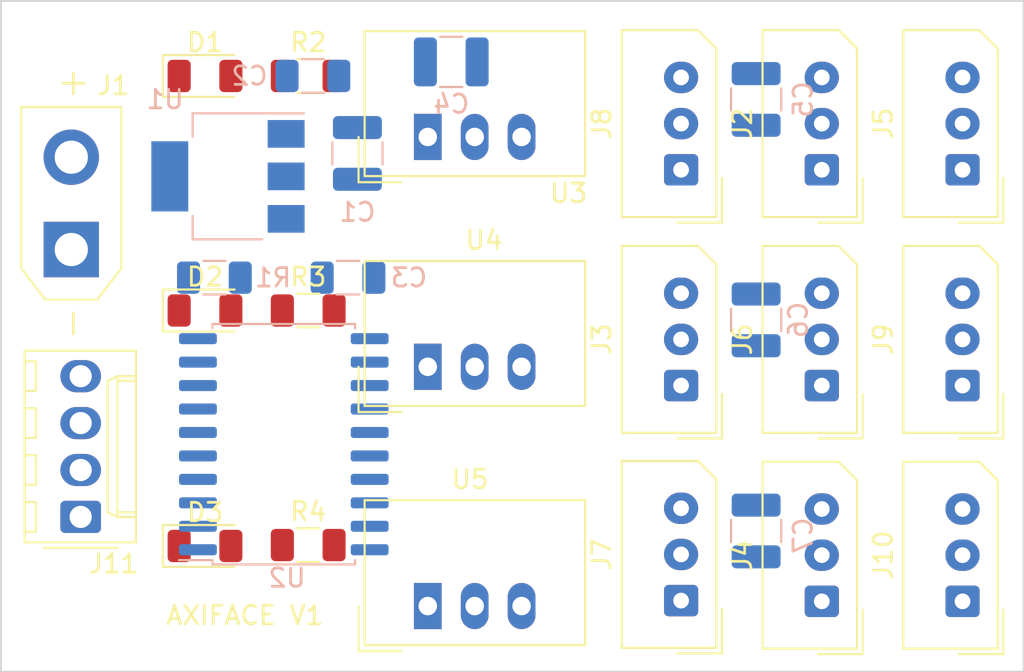
<source format=kicad_pcb>
(kicad_pcb (version 20171130) (host pcbnew 5.1.2-f72e74a~84~ubuntu18.04.1)

  (general
    (thickness 1.6)
    (drawings 5)
    (tracks 0)
    (zones 0)
    (modules 30)
    (nets 26)
  )

  (page A4)
  (layers
    (0 F.Cu signal)
    (31 B.Cu signal)
    (32 B.Adhes user)
    (33 F.Adhes user)
    (34 B.Paste user)
    (35 F.Paste user)
    (36 B.SilkS user)
    (37 F.SilkS user)
    (38 B.Mask user)
    (39 F.Mask user)
    (40 Dwgs.User user)
    (41 Cmts.User user)
    (42 Eco1.User user)
    (43 Eco2.User user)
    (44 Edge.Cuts user)
    (45 Margin user)
    (46 B.CrtYd user)
    (47 F.CrtYd user)
    (48 B.Fab user)
    (49 F.Fab user hide)
  )

  (setup
    (last_trace_width 0.3)
    (user_trace_width 0.5)
    (user_trace_width 1)
    (trace_clearance 0.2)
    (zone_clearance 0.508)
    (zone_45_only no)
    (trace_min 0.2)
    (via_size 0.8)
    (via_drill 0.4)
    (via_min_size 0.4)
    (via_min_drill 0.3)
    (uvia_size 0.3)
    (uvia_drill 0.1)
    (uvias_allowed no)
    (uvia_min_size 0.2)
    (uvia_min_drill 0.1)
    (edge_width 0.05)
    (segment_width 0.2)
    (pcb_text_width 0.3)
    (pcb_text_size 1.5 1.5)
    (mod_edge_width 0.12)
    (mod_text_size 1 1)
    (mod_text_width 0.15)
    (pad_size 1.524 1.524)
    (pad_drill 0.762)
    (pad_to_mask_clearance 0.051)
    (solder_mask_min_width 0.25)
    (aux_axis_origin 0 0)
    (visible_elements FFFDFF7F)
    (pcbplotparams
      (layerselection 0x010fc_ffffffff)
      (usegerberextensions false)
      (usegerberattributes false)
      (usegerberadvancedattributes false)
      (creategerberjobfile false)
      (excludeedgelayer true)
      (linewidth 0.100000)
      (plotframeref false)
      (viasonmask false)
      (mode 1)
      (useauxorigin false)
      (hpglpennumber 1)
      (hpglpenspeed 20)
      (hpglpendiameter 15.000000)
      (psnegative false)
      (psa4output false)
      (plotreference true)
      (plotvalue true)
      (plotinvisibletext false)
      (padsonsilk false)
      (subtractmaskfromsilk false)
      (outputformat 4)
      (mirror false)
      (drillshape 0)
      (scaleselection 1)
      (outputdirectory "output/"))
  )

  (net 0 "")
  (net 1 /VBAT)
  (net 2 GND)
  (net 3 VCC)
  (net 4 /9V_AX_#1)
  (net 5 /9V_AX_#2)
  (net 6 /9V_AX_#3)
  (net 7 "Net-(D1-Pad2)")
  (net 8 "Net-(D2-Pad2)")
  (net 9 "Net-(D3-Pad2)")
  (net 10 /AxBus)
  (net 11 /RX_CPU)
  (net 12 /TX_CPU)
  (net 13 /DIRECTION)
  (net 14 "Net-(U2-Pad6)")
  (net 15 "Net-(U2-Pad5)")
  (net 16 "Net-(U2-Pad4)")
  (net 17 "Net-(U2-Pad7)")
  (net 18 "Net-(U2-Pad8)")
  (net 19 "Net-(U2-Pad9)")
  (net 20 "Net-(U2-Pad11)")
  (net 21 "Net-(U2-Pad12)")
  (net 22 "Net-(U2-Pad13)")
  (net 23 "Net-(U2-Pad14)")
  (net 24 "Net-(U2-Pad15)")
  (net 25 "Net-(U2-Pad16)")

  (net_class Default "This is the default net class."
    (clearance 0.2)
    (trace_width 0.3)
    (via_dia 0.8)
    (via_drill 0.4)
    (uvia_dia 0.3)
    (uvia_drill 0.1)
    (add_net /9V_AX_#1)
    (add_net /9V_AX_#2)
    (add_net /9V_AX_#3)
    (add_net /AxBus)
    (add_net /DIRECTION)
    (add_net /RX_CPU)
    (add_net /TX_CPU)
    (add_net /VBAT)
    (add_net GND)
    (add_net "Net-(D1-Pad2)")
    (add_net "Net-(D2-Pad2)")
    (add_net "Net-(D3-Pad2)")
    (add_net "Net-(U2-Pad11)")
    (add_net "Net-(U2-Pad12)")
    (add_net "Net-(U2-Pad13)")
    (add_net "Net-(U2-Pad14)")
    (add_net "Net-(U2-Pad15)")
    (add_net "Net-(U2-Pad16)")
    (add_net "Net-(U2-Pad4)")
    (add_net "Net-(U2-Pad5)")
    (add_net "Net-(U2-Pad6)")
    (add_net "Net-(U2-Pad7)")
    (add_net "Net-(U2-Pad8)")
    (add_net "Net-(U2-Pad9)")
    (add_net VCC)
  )

  (net_class AlimServos ""
    (clearance 0.3)
    (trace_width 1)
    (via_dia 0.8)
    (via_drill 0.4)
    (uvia_dia 0.3)
    (uvia_drill 0.1)
  )

  (net_class W0_5mm ""
    (clearance 0.2)
    (trace_width 0.5)
    (via_dia 0.8)
    (via_drill 0.4)
    (uvia_dia 0.3)
    (uvia_drill 0.1)
  )

  (module Capacitor_SMD:C_1210_3225Metric (layer B.Cu) (tedit 5B301BBE) (tstamp 5D22A024)
    (at 107.95 107.572 90)
    (descr "Capacitor SMD 1210 (3225 Metric), square (rectangular) end terminal, IPC_7351 nominal, (Body size source: http://www.tortai-tech.com/upload/download/2011102023233369053.pdf), generated with kicad-footprint-generator")
    (tags capacitor)
    (path /5D120116)
    (attr smd)
    (fp_text reference C1 (at -3.178 0 180) (layer B.SilkS)
      (effects (font (size 1 1) (thickness 0.15)) (justify mirror))
    )
    (fp_text value 47u (at 0 -2.28 270) (layer B.Fab)
      (effects (font (size 1 1) (thickness 0.15)) (justify mirror))
    )
    (fp_line (start -1.6 -1.25) (end -1.6 1.25) (layer B.Fab) (width 0.1))
    (fp_line (start -1.6 1.25) (end 1.6 1.25) (layer B.Fab) (width 0.1))
    (fp_line (start 1.6 1.25) (end 1.6 -1.25) (layer B.Fab) (width 0.1))
    (fp_line (start 1.6 -1.25) (end -1.6 -1.25) (layer B.Fab) (width 0.1))
    (fp_line (start -0.602064 1.36) (end 0.602064 1.36) (layer B.SilkS) (width 0.12))
    (fp_line (start -0.602064 -1.36) (end 0.602064 -1.36) (layer B.SilkS) (width 0.12))
    (fp_line (start -2.28 -1.58) (end -2.28 1.58) (layer B.CrtYd) (width 0.05))
    (fp_line (start -2.28 1.58) (end 2.28 1.58) (layer B.CrtYd) (width 0.05))
    (fp_line (start 2.28 1.58) (end 2.28 -1.58) (layer B.CrtYd) (width 0.05))
    (fp_line (start 2.28 -1.58) (end -2.28 -1.58) (layer B.CrtYd) (width 0.05))
    (fp_text user %R (at 0 0 270) (layer B.Fab)
      (effects (font (size 0.8 0.8) (thickness 0.12)) (justify mirror))
    )
    (pad 1 smd roundrect (at -1.4 0 90) (size 1.25 2.65) (layers B.Cu B.Paste B.Mask) (roundrect_rratio 0.2)
      (net 1 /VBAT))
    (pad 2 smd roundrect (at 1.4 0 90) (size 1.25 2.65) (layers B.Cu B.Paste B.Mask) (roundrect_rratio 0.2)
      (net 2 GND))
    (model ${KISYS3DMOD}/Capacitor_SMD.3dshapes/C_1210_3225Metric.wrl
      (at (xyz 0 0 0))
      (scale (xyz 1 1 1))
      (rotate (xyz 0 0 0))
    )
  )

  (module Capacitor_SMD:C_1206_3216Metric (layer B.Cu) (tedit 5B301BBE) (tstamp 5D2292AD)
    (at 105.54 103.378)
    (descr "Capacitor SMD 1206 (3216 Metric), square (rectangular) end terminal, IPC_7351 nominal, (Body size source: http://www.tortai-tech.com/upload/download/2011102023233369053.pdf), generated with kicad-footprint-generator")
    (tags capacitor)
    (path /5D11FDB9)
    (attr smd)
    (fp_text reference C2 (at -3.432 0) (layer B.SilkS)
      (effects (font (size 1 1) (thickness 0.15)) (justify mirror))
    )
    (fp_text value 1u (at 0 -1.82) (layer B.Fab)
      (effects (font (size 1 1) (thickness 0.15)) (justify mirror))
    )
    (fp_line (start -1.6 -0.8) (end -1.6 0.8) (layer B.Fab) (width 0.1))
    (fp_line (start -1.6 0.8) (end 1.6 0.8) (layer B.Fab) (width 0.1))
    (fp_line (start 1.6 0.8) (end 1.6 -0.8) (layer B.Fab) (width 0.1))
    (fp_line (start 1.6 -0.8) (end -1.6 -0.8) (layer B.Fab) (width 0.1))
    (fp_line (start -0.602064 0.91) (end 0.602064 0.91) (layer B.SilkS) (width 0.12))
    (fp_line (start -0.602064 -0.91) (end 0.602064 -0.91) (layer B.SilkS) (width 0.12))
    (fp_line (start -2.28 -1.12) (end -2.28 1.12) (layer B.CrtYd) (width 0.05))
    (fp_line (start -2.28 1.12) (end 2.28 1.12) (layer B.CrtYd) (width 0.05))
    (fp_line (start 2.28 1.12) (end 2.28 -1.12) (layer B.CrtYd) (width 0.05))
    (fp_line (start 2.28 -1.12) (end -2.28 -1.12) (layer B.CrtYd) (width 0.05))
    (fp_text user %R (at 0 0) (layer B.Fab)
      (effects (font (size 0.8 0.8) (thickness 0.12)) (justify mirror))
    )
    (pad 1 smd roundrect (at -1.4 0) (size 1.25 1.75) (layers B.Cu B.Paste B.Mask) (roundrect_rratio 0.2)
      (net 3 VCC))
    (pad 2 smd roundrect (at 1.4 0) (size 1.25 1.75) (layers B.Cu B.Paste B.Mask) (roundrect_rratio 0.2)
      (net 2 GND))
    (model ${KISYS3DMOD}/Capacitor_SMD.3dshapes/C_1206_3216Metric.wrl
      (at (xyz 0 0 0))
      (scale (xyz 1 1 1))
      (rotate (xyz 0 0 0))
    )
  )

  (module Capacitor_SMD:C_1206_3216Metric (layer B.Cu) (tedit 5B301BBE) (tstamp 5D2292BE)
    (at 107.442 114.3)
    (descr "Capacitor SMD 1206 (3216 Metric), square (rectangular) end terminal, IPC_7351 nominal, (Body size source: http://www.tortai-tech.com/upload/download/2011102023233369053.pdf), generated with kicad-footprint-generator")
    (tags capacitor)
    (path /5D11E1D6)
    (attr smd)
    (fp_text reference C3 (at 3.302 0) (layer B.SilkS)
      (effects (font (size 1 1) (thickness 0.15)) (justify mirror))
    )
    (fp_text value 100n (at 0 -1.82) (layer B.Fab)
      (effects (font (size 1 1) (thickness 0.15)) (justify mirror))
    )
    (fp_text user %R (at 0 0) (layer B.Fab)
      (effects (font (size 0.8 0.8) (thickness 0.12)) (justify mirror))
    )
    (fp_line (start 2.28 -1.12) (end -2.28 -1.12) (layer B.CrtYd) (width 0.05))
    (fp_line (start 2.28 1.12) (end 2.28 -1.12) (layer B.CrtYd) (width 0.05))
    (fp_line (start -2.28 1.12) (end 2.28 1.12) (layer B.CrtYd) (width 0.05))
    (fp_line (start -2.28 -1.12) (end -2.28 1.12) (layer B.CrtYd) (width 0.05))
    (fp_line (start -0.602064 -0.91) (end 0.602064 -0.91) (layer B.SilkS) (width 0.12))
    (fp_line (start -0.602064 0.91) (end 0.602064 0.91) (layer B.SilkS) (width 0.12))
    (fp_line (start 1.6 -0.8) (end -1.6 -0.8) (layer B.Fab) (width 0.1))
    (fp_line (start 1.6 0.8) (end 1.6 -0.8) (layer B.Fab) (width 0.1))
    (fp_line (start -1.6 0.8) (end 1.6 0.8) (layer B.Fab) (width 0.1))
    (fp_line (start -1.6 -0.8) (end -1.6 0.8) (layer B.Fab) (width 0.1))
    (pad 2 smd roundrect (at 1.4 0) (size 1.25 1.75) (layers B.Cu B.Paste B.Mask) (roundrect_rratio 0.2)
      (net 3 VCC))
    (pad 1 smd roundrect (at -1.4 0) (size 1.25 1.75) (layers B.Cu B.Paste B.Mask) (roundrect_rratio 0.2)
      (net 2 GND))
    (model ${KISYS3DMOD}/Capacitor_SMD.3dshapes/C_1206_3216Metric.wrl
      (at (xyz 0 0 0))
      (scale (xyz 1 1 1))
      (rotate (xyz 0 0 0))
    )
  )

  (module Capacitor_SMD:C_1210_3225Metric (layer B.Cu) (tedit 5B301BBE) (tstamp 5D2292CF)
    (at 113.03 102.616)
    (descr "Capacitor SMD 1210 (3225 Metric), square (rectangular) end terminal, IPC_7351 nominal, (Body size source: http://www.tortai-tech.com/upload/download/2011102023233369053.pdf), generated with kicad-footprint-generator")
    (tags capacitor)
    (path /5D143E0A)
    (attr smd)
    (fp_text reference C4 (at 0 2.28) (layer B.SilkS)
      (effects (font (size 1 1) (thickness 0.15)) (justify mirror))
    )
    (fp_text value 47u (at 0 -2.28) (layer B.Fab)
      (effects (font (size 1 1) (thickness 0.15)) (justify mirror))
    )
    (fp_line (start -1.6 -1.25) (end -1.6 1.25) (layer B.Fab) (width 0.1))
    (fp_line (start -1.6 1.25) (end 1.6 1.25) (layer B.Fab) (width 0.1))
    (fp_line (start 1.6 1.25) (end 1.6 -1.25) (layer B.Fab) (width 0.1))
    (fp_line (start 1.6 -1.25) (end -1.6 -1.25) (layer B.Fab) (width 0.1))
    (fp_line (start -0.602064 1.36) (end 0.602064 1.36) (layer B.SilkS) (width 0.12))
    (fp_line (start -0.602064 -1.36) (end 0.602064 -1.36) (layer B.SilkS) (width 0.12))
    (fp_line (start -2.28 -1.58) (end -2.28 1.58) (layer B.CrtYd) (width 0.05))
    (fp_line (start -2.28 1.58) (end 2.28 1.58) (layer B.CrtYd) (width 0.05))
    (fp_line (start 2.28 1.58) (end 2.28 -1.58) (layer B.CrtYd) (width 0.05))
    (fp_line (start 2.28 -1.58) (end -2.28 -1.58) (layer B.CrtYd) (width 0.05))
    (fp_text user %R (at 0 0) (layer B.Fab)
      (effects (font (size 0.8 0.8) (thickness 0.12)) (justify mirror))
    )
    (pad 1 smd roundrect (at -1.4 0) (size 1.25 2.65) (layers B.Cu B.Paste B.Mask) (roundrect_rratio 0.2)
      (net 1 /VBAT))
    (pad 2 smd roundrect (at 1.4 0) (size 1.25 2.65) (layers B.Cu B.Paste B.Mask) (roundrect_rratio 0.2)
      (net 2 GND))
    (model ${KISYS3DMOD}/Capacitor_SMD.3dshapes/C_1210_3225Metric.wrl
      (at (xyz 0 0 0))
      (scale (xyz 1 1 1))
      (rotate (xyz 0 0 0))
    )
  )

  (module Capacitor_SMD:C_1210_3225Metric (layer B.Cu) (tedit 5B301BBE) (tstamp 5D22C2B0)
    (at 129.54 104.648 90)
    (descr "Capacitor SMD 1210 (3225 Metric), square (rectangular) end terminal, IPC_7351 nominal, (Body size source: http://www.tortai-tech.com/upload/download/2011102023233369053.pdf), generated with kicad-footprint-generator")
    (tags capacitor)
    (path /5D1B05CE)
    (attr smd)
    (fp_text reference C5 (at 0 2.54 90) (layer B.SilkS)
      (effects (font (size 1 1) (thickness 0.15)) (justify mirror))
    )
    (fp_text value 47u (at 0 -2.28 90) (layer B.Fab)
      (effects (font (size 1 1) (thickness 0.15)) (justify mirror))
    )
    (fp_text user %R (at 0 0 90) (layer B.Fab)
      (effects (font (size 0.8 0.8) (thickness 0.12)) (justify mirror))
    )
    (fp_line (start 2.28 -1.58) (end -2.28 -1.58) (layer B.CrtYd) (width 0.05))
    (fp_line (start 2.28 1.58) (end 2.28 -1.58) (layer B.CrtYd) (width 0.05))
    (fp_line (start -2.28 1.58) (end 2.28 1.58) (layer B.CrtYd) (width 0.05))
    (fp_line (start -2.28 -1.58) (end -2.28 1.58) (layer B.CrtYd) (width 0.05))
    (fp_line (start -0.602064 -1.36) (end 0.602064 -1.36) (layer B.SilkS) (width 0.12))
    (fp_line (start -0.602064 1.36) (end 0.602064 1.36) (layer B.SilkS) (width 0.12))
    (fp_line (start 1.6 -1.25) (end -1.6 -1.25) (layer B.Fab) (width 0.1))
    (fp_line (start 1.6 1.25) (end 1.6 -1.25) (layer B.Fab) (width 0.1))
    (fp_line (start -1.6 1.25) (end 1.6 1.25) (layer B.Fab) (width 0.1))
    (fp_line (start -1.6 -1.25) (end -1.6 1.25) (layer B.Fab) (width 0.1))
    (pad 2 smd roundrect (at 1.4 0 90) (size 1.25 2.65) (layers B.Cu B.Paste B.Mask) (roundrect_rratio 0.2)
      (net 2 GND))
    (pad 1 smd roundrect (at -1.4 0 90) (size 1.25 2.65) (layers B.Cu B.Paste B.Mask) (roundrect_rratio 0.2)
      (net 4 /9V_AX_#1))
    (model ${KISYS3DMOD}/Capacitor_SMD.3dshapes/C_1210_3225Metric.wrl
      (at (xyz 0 0 0))
      (scale (xyz 1 1 1))
      (rotate (xyz 0 0 0))
    )
  )

  (module Capacitor_SMD:C_1210_3225Metric (layer B.Cu) (tedit 5B301BBE) (tstamp 5D2292F1)
    (at 129.54 116.586 90)
    (descr "Capacitor SMD 1210 (3225 Metric), square (rectangular) end terminal, IPC_7351 nominal, (Body size source: http://www.tortai-tech.com/upload/download/2011102023233369053.pdf), generated with kicad-footprint-generator")
    (tags capacitor)
    (path /5D1B0F83)
    (attr smd)
    (fp_text reference C6 (at 0 2.28 90) (layer B.SilkS)
      (effects (font (size 1 1) (thickness 0.15)) (justify mirror))
    )
    (fp_text value 47u (at 0 -2.28 90) (layer B.Fab)
      (effects (font (size 1 1) (thickness 0.15)) (justify mirror))
    )
    (fp_line (start -1.6 -1.25) (end -1.6 1.25) (layer B.Fab) (width 0.1))
    (fp_line (start -1.6 1.25) (end 1.6 1.25) (layer B.Fab) (width 0.1))
    (fp_line (start 1.6 1.25) (end 1.6 -1.25) (layer B.Fab) (width 0.1))
    (fp_line (start 1.6 -1.25) (end -1.6 -1.25) (layer B.Fab) (width 0.1))
    (fp_line (start -0.602064 1.36) (end 0.602064 1.36) (layer B.SilkS) (width 0.12))
    (fp_line (start -0.602064 -1.36) (end 0.602064 -1.36) (layer B.SilkS) (width 0.12))
    (fp_line (start -2.28 -1.58) (end -2.28 1.58) (layer B.CrtYd) (width 0.05))
    (fp_line (start -2.28 1.58) (end 2.28 1.58) (layer B.CrtYd) (width 0.05))
    (fp_line (start 2.28 1.58) (end 2.28 -1.58) (layer B.CrtYd) (width 0.05))
    (fp_line (start 2.28 -1.58) (end -2.28 -1.58) (layer B.CrtYd) (width 0.05))
    (fp_text user %R (at 0 0 90) (layer B.Fab)
      (effects (font (size 0.8 0.8) (thickness 0.12)) (justify mirror))
    )
    (pad 1 smd roundrect (at -1.4 0 90) (size 1.25 2.65) (layers B.Cu B.Paste B.Mask) (roundrect_rratio 0.2)
      (net 5 /9V_AX_#2))
    (pad 2 smd roundrect (at 1.4 0 90) (size 1.25 2.65) (layers B.Cu B.Paste B.Mask) (roundrect_rratio 0.2)
      (net 2 GND))
    (model ${KISYS3DMOD}/Capacitor_SMD.3dshapes/C_1210_3225Metric.wrl
      (at (xyz 0 0 0))
      (scale (xyz 1 1 1))
      (rotate (xyz 0 0 0))
    )
  )

  (module Capacitor_SMD:C_1210_3225Metric (layer B.Cu) (tedit 5B301BBE) (tstamp 5D229302)
    (at 129.54 128.016 90)
    (descr "Capacitor SMD 1210 (3225 Metric), square (rectangular) end terminal, IPC_7351 nominal, (Body size source: http://www.tortai-tech.com/upload/download/2011102023233369053.pdf), generated with kicad-footprint-generator")
    (tags capacitor)
    (path /5D1B16E3)
    (attr smd)
    (fp_text reference C7 (at -0.254 2.54 90) (layer B.SilkS)
      (effects (font (size 1 1) (thickness 0.15)) (justify mirror))
    )
    (fp_text value 47u (at 0 -2.28 90) (layer B.Fab)
      (effects (font (size 1 1) (thickness 0.15)) (justify mirror))
    )
    (fp_text user %R (at 0 0 90) (layer B.Fab)
      (effects (font (size 0.8 0.8) (thickness 0.12)) (justify mirror))
    )
    (fp_line (start 2.28 -1.58) (end -2.28 -1.58) (layer B.CrtYd) (width 0.05))
    (fp_line (start 2.28 1.58) (end 2.28 -1.58) (layer B.CrtYd) (width 0.05))
    (fp_line (start -2.28 1.58) (end 2.28 1.58) (layer B.CrtYd) (width 0.05))
    (fp_line (start -2.28 -1.58) (end -2.28 1.58) (layer B.CrtYd) (width 0.05))
    (fp_line (start -0.602064 -1.36) (end 0.602064 -1.36) (layer B.SilkS) (width 0.12))
    (fp_line (start -0.602064 1.36) (end 0.602064 1.36) (layer B.SilkS) (width 0.12))
    (fp_line (start 1.6 -1.25) (end -1.6 -1.25) (layer B.Fab) (width 0.1))
    (fp_line (start 1.6 1.25) (end 1.6 -1.25) (layer B.Fab) (width 0.1))
    (fp_line (start -1.6 1.25) (end 1.6 1.25) (layer B.Fab) (width 0.1))
    (fp_line (start -1.6 -1.25) (end -1.6 1.25) (layer B.Fab) (width 0.1))
    (pad 2 smd roundrect (at 1.4 0 90) (size 1.25 2.65) (layers B.Cu B.Paste B.Mask) (roundrect_rratio 0.2)
      (net 2 GND))
    (pad 1 smd roundrect (at -1.4 0 90) (size 1.25 2.65) (layers B.Cu B.Paste B.Mask) (roundrect_rratio 0.2)
      (net 6 /9V_AX_#3))
    (model ${KISYS3DMOD}/Capacitor_SMD.3dshapes/C_1210_3225Metric.wrl
      (at (xyz 0 0 0))
      (scale (xyz 1 1 1))
      (rotate (xyz 0 0 0))
    )
  )

  (module LED_SMD:LED_1206_3216Metric (layer F.Cu) (tedit 5B301BBE) (tstamp 5D229315)
    (at 99.698 103.378)
    (descr "LED SMD 1206 (3216 Metric), square (rectangular) end terminal, IPC_7351 nominal, (Body size source: http://www.tortai-tech.com/upload/download/2011102023233369053.pdf), generated with kicad-footprint-generator")
    (tags diode)
    (path /5D2F4BF9)
    (attr smd)
    (fp_text reference D1 (at 0 -1.82) (layer F.SilkS)
      (effects (font (size 1 1) (thickness 0.15)))
    )
    (fp_text value LED (at 0 1.82) (layer F.Fab)
      (effects (font (size 1 1) (thickness 0.15)))
    )
    (fp_line (start 1.6 -0.8) (end -1.2 -0.8) (layer F.Fab) (width 0.1))
    (fp_line (start -1.2 -0.8) (end -1.6 -0.4) (layer F.Fab) (width 0.1))
    (fp_line (start -1.6 -0.4) (end -1.6 0.8) (layer F.Fab) (width 0.1))
    (fp_line (start -1.6 0.8) (end 1.6 0.8) (layer F.Fab) (width 0.1))
    (fp_line (start 1.6 0.8) (end 1.6 -0.8) (layer F.Fab) (width 0.1))
    (fp_line (start 1.6 -1.135) (end -2.285 -1.135) (layer F.SilkS) (width 0.12))
    (fp_line (start -2.285 -1.135) (end -2.285 1.135) (layer F.SilkS) (width 0.12))
    (fp_line (start -2.285 1.135) (end 1.6 1.135) (layer F.SilkS) (width 0.12))
    (fp_line (start -2.28 1.12) (end -2.28 -1.12) (layer F.CrtYd) (width 0.05))
    (fp_line (start -2.28 -1.12) (end 2.28 -1.12) (layer F.CrtYd) (width 0.05))
    (fp_line (start 2.28 -1.12) (end 2.28 1.12) (layer F.CrtYd) (width 0.05))
    (fp_line (start 2.28 1.12) (end -2.28 1.12) (layer F.CrtYd) (width 0.05))
    (fp_text user %R (at 0 0) (layer F.Fab)
      (effects (font (size 0.8 0.8) (thickness 0.12)))
    )
    (pad 1 smd roundrect (at -1.4 0) (size 1.25 1.75) (layers F.Cu F.Paste F.Mask) (roundrect_rratio 0.2)
      (net 2 GND))
    (pad 2 smd roundrect (at 1.4 0) (size 1.25 1.75) (layers F.Cu F.Paste F.Mask) (roundrect_rratio 0.2)
      (net 7 "Net-(D1-Pad2)"))
    (model ${KISYS3DMOD}/LED_SMD.3dshapes/LED_1206_3216Metric.wrl
      (at (xyz 0 0 0))
      (scale (xyz 1 1 1))
      (rotate (xyz 0 0 0))
    )
  )

  (module LED_SMD:LED_1206_3216Metric (layer F.Cu) (tedit 5B301BBE) (tstamp 5D229328)
    (at 99.698 116.078)
    (descr "LED SMD 1206 (3216 Metric), square (rectangular) end terminal, IPC_7351 nominal, (Body size source: http://www.tortai-tech.com/upload/download/2011102023233369053.pdf), generated with kicad-footprint-generator")
    (tags diode)
    (path /5D305981)
    (attr smd)
    (fp_text reference D2 (at 0 -1.82) (layer F.SilkS)
      (effects (font (size 1 1) (thickness 0.15)))
    )
    (fp_text value LED (at 0 1.82) (layer F.Fab)
      (effects (font (size 1 1) (thickness 0.15)))
    )
    (fp_text user %R (at 0 0) (layer F.Fab)
      (effects (font (size 0.8 0.8) (thickness 0.12)))
    )
    (fp_line (start 2.28 1.12) (end -2.28 1.12) (layer F.CrtYd) (width 0.05))
    (fp_line (start 2.28 -1.12) (end 2.28 1.12) (layer F.CrtYd) (width 0.05))
    (fp_line (start -2.28 -1.12) (end 2.28 -1.12) (layer F.CrtYd) (width 0.05))
    (fp_line (start -2.28 1.12) (end -2.28 -1.12) (layer F.CrtYd) (width 0.05))
    (fp_line (start -2.285 1.135) (end 1.6 1.135) (layer F.SilkS) (width 0.12))
    (fp_line (start -2.285 -1.135) (end -2.285 1.135) (layer F.SilkS) (width 0.12))
    (fp_line (start 1.6 -1.135) (end -2.285 -1.135) (layer F.SilkS) (width 0.12))
    (fp_line (start 1.6 0.8) (end 1.6 -0.8) (layer F.Fab) (width 0.1))
    (fp_line (start -1.6 0.8) (end 1.6 0.8) (layer F.Fab) (width 0.1))
    (fp_line (start -1.6 -0.4) (end -1.6 0.8) (layer F.Fab) (width 0.1))
    (fp_line (start -1.2 -0.8) (end -1.6 -0.4) (layer F.Fab) (width 0.1))
    (fp_line (start 1.6 -0.8) (end -1.2 -0.8) (layer F.Fab) (width 0.1))
    (pad 2 smd roundrect (at 1.4 0) (size 1.25 1.75) (layers F.Cu F.Paste F.Mask) (roundrect_rratio 0.2)
      (net 8 "Net-(D2-Pad2)"))
    (pad 1 smd roundrect (at -1.4 0) (size 1.25 1.75) (layers F.Cu F.Paste F.Mask) (roundrect_rratio 0.2)
      (net 2 GND))
    (model ${KISYS3DMOD}/LED_SMD.3dshapes/LED_1206_3216Metric.wrl
      (at (xyz 0 0 0))
      (scale (xyz 1 1 1))
      (rotate (xyz 0 0 0))
    )
  )

  (module LED_SMD:LED_1206_3216Metric (layer F.Cu) (tedit 5B301BBE) (tstamp 5D22933B)
    (at 99.698 128.828)
    (descr "LED SMD 1206 (3216 Metric), square (rectangular) end terminal, IPC_7351 nominal, (Body size source: http://www.tortai-tech.com/upload/download/2011102023233369053.pdf), generated with kicad-footprint-generator")
    (tags diode)
    (path /5D305F76)
    (attr smd)
    (fp_text reference D3 (at 0 -1.82) (layer F.SilkS)
      (effects (font (size 1 1) (thickness 0.15)))
    )
    (fp_text value LED (at 0 1.82) (layer F.Fab)
      (effects (font (size 1 1) (thickness 0.15)))
    )
    (fp_line (start 1.6 -0.8) (end -1.2 -0.8) (layer F.Fab) (width 0.1))
    (fp_line (start -1.2 -0.8) (end -1.6 -0.4) (layer F.Fab) (width 0.1))
    (fp_line (start -1.6 -0.4) (end -1.6 0.8) (layer F.Fab) (width 0.1))
    (fp_line (start -1.6 0.8) (end 1.6 0.8) (layer F.Fab) (width 0.1))
    (fp_line (start 1.6 0.8) (end 1.6 -0.8) (layer F.Fab) (width 0.1))
    (fp_line (start 1.6 -1.135) (end -2.285 -1.135) (layer F.SilkS) (width 0.12))
    (fp_line (start -2.285 -1.135) (end -2.285 1.135) (layer F.SilkS) (width 0.12))
    (fp_line (start -2.285 1.135) (end 1.6 1.135) (layer F.SilkS) (width 0.12))
    (fp_line (start -2.28 1.12) (end -2.28 -1.12) (layer F.CrtYd) (width 0.05))
    (fp_line (start -2.28 -1.12) (end 2.28 -1.12) (layer F.CrtYd) (width 0.05))
    (fp_line (start 2.28 -1.12) (end 2.28 1.12) (layer F.CrtYd) (width 0.05))
    (fp_line (start 2.28 1.12) (end -2.28 1.12) (layer F.CrtYd) (width 0.05))
    (fp_text user %R (at 0 0) (layer F.Fab)
      (effects (font (size 0.8 0.8) (thickness 0.12)))
    )
    (pad 1 smd roundrect (at -1.4 0) (size 1.25 1.75) (layers F.Cu F.Paste F.Mask) (roundrect_rratio 0.2)
      (net 2 GND))
    (pad 2 smd roundrect (at 1.4 0) (size 1.25 1.75) (layers F.Cu F.Paste F.Mask) (roundrect_rratio 0.2)
      (net 9 "Net-(D3-Pad2)"))
    (model ${KISYS3DMOD}/LED_SMD.3dshapes/LED_1206_3216Metric.wrl
      (at (xyz 0 0 0))
      (scale (xyz 1 1 1))
      (rotate (xyz 0 0 0))
    )
  )

  (module XT30:AMASS_XT30UPB-F_1x02_P5.0mm_Vertical (layer F.Cu) (tedit 5C8E9B79) (tstamp 5D229356)
    (at 92.456 112.776 90)
    (descr "Connector XT30 Vertical PCB Female, https://www.tme.eu/en/Document/4acc913878197f8c2e30d4b8cdc47230/XT30UPB%20SPEC.pdf")
    (tags "RC Connector XT30")
    (path /5D131BC4)
    (fp_text reference J1 (at 8.89 2.286 180) (layer F.SilkS)
      (effects (font (size 1 1) (thickness 0.15)))
    )
    (fp_text value Conn_01x02 (at 2.5 4 90) (layer F.Fab)
      (effects (font (size 1 1) (thickness 0.15)))
    )
    (fp_text user - (at -4 0 90) (layer F.SilkS)
      (effects (font (size 1.5 1.5) (thickness 0.15)))
    )
    (fp_text user + (at 9 0 90) (layer F.SilkS)
      (effects (font (size 1.5 1.5) (thickness 0.15)))
    )
    (fp_line (start -3.1 1.8) (end -1.4 3.1) (layer F.CrtYd) (width 0.05))
    (fp_line (start -3.1 -1.8) (end -1.4 -3.1) (layer F.CrtYd) (width 0.05))
    (fp_line (start -1.4 3.1) (end 8.1 3.1) (layer F.CrtYd) (width 0.05))
    (fp_line (start -3.1 -1.8) (end -3.1 1.8) (layer F.CrtYd) (width 0.05))
    (fp_line (start 8.1 -3.1) (end 8.1 3.1) (layer F.CrtYd) (width 0.05))
    (fp_line (start -1.4 -3.1) (end 8.1 -3.1) (layer F.CrtYd) (width 0.05))
    (fp_line (start -2.71 -1.41) (end -2.71 1.41) (layer F.SilkS) (width 0.12))
    (fp_line (start -2.71 1.41) (end -1.01 2.71) (layer F.SilkS) (width 0.12))
    (fp_line (start -2.71 -1.41) (end -1.01 -2.71) (layer F.SilkS) (width 0.12))
    (fp_line (start -1.01 2.71) (end 7.71 2.71) (layer F.SilkS) (width 0.12))
    (fp_line (start 7.71 -2.71) (end 7.71 2.71) (layer F.SilkS) (width 0.12))
    (fp_line (start -1.01 -2.71) (end 7.71 -2.71) (layer F.SilkS) (width 0.12))
    (fp_line (start -2.6 1.3) (end -0.9 2.6) (layer F.Fab) (width 0.1))
    (fp_line (start -2.6 -1.3) (end -0.9 -2.6) (layer F.Fab) (width 0.1))
    (fp_line (start -0.9 2.6) (end 7.6 2.6) (layer F.Fab) (width 0.1))
    (fp_line (start -0.9 -2.6) (end 7.6 -2.6) (layer F.Fab) (width 0.1))
    (fp_line (start 7.6 -2.6) (end 7.6 2.6) (layer F.Fab) (width 0.1))
    (fp_line (start -2.6 -1.3) (end -2.6 1.3) (layer F.Fab) (width 0.1))
    (fp_text user %R (at 2.5 0 90) (layer F.Fab)
      (effects (font (size 1 1) (thickness 0.15)))
    )
    (pad 2 thru_hole circle (at 5 0 90) (size 3 3) (drill 1.8) (layers *.Cu *.Mask)
      (net 1 /VBAT))
    (pad 1 thru_hole rect (at 0 0 90) (size 3 3) (drill 1.8) (layers *.Cu *.Mask)
      (net 2 GND))
    (model ${KISYS3DMOD}/Connector_AMASS.3dshapes/AMASS_XT30UPB-F_1x02_P5.0mm_Vertical.wrl
      (at (xyz 0 0 0))
      (scale (xyz 1 1 1))
      (rotate (xyz 0 0 0))
    )
  )

  (module Dynamixel_AX:Molex_SPOX_5267-03A_1x03_P2.50mm_Vertical (layer F.Cu) (tedit 5B7833F7) (tstamp 5D229371)
    (at 133.096 108.458 90)
    (descr "Molex SPOX Connector System, 5267-03A, 3 Pins per row (http://www.molex.com/pdm_docs/sd/022035035_sd.pdf), generated with kicad-footprint-generator")
    (tags "connector Molex SPOX side entry")
    (path /5D16FD7F)
    (fp_text reference J2 (at 2.5 -4.3 90) (layer F.SilkS)
      (effects (font (size 1 1) (thickness 0.15)))
    )
    (fp_text value Conn_01x03 (at 2.5 3 90) (layer F.Fab)
      (effects (font (size 1 1) (thickness 0.15)))
    )
    (fp_text user %R (at 2.5 -2.4 90) (layer F.Fab)
      (effects (font (size 1 1) (thickness 0.15)))
    )
    (fp_line (start 7.95 -3.6) (end -2.95 -3.6) (layer F.CrtYd) (width 0.05))
    (fp_line (start 7.95 1.3) (end 7.95 -3.6) (layer F.CrtYd) (width 0.05))
    (fp_line (start 6.95 2.3) (end 7.95 1.3) (layer F.CrtYd) (width 0.05))
    (fp_line (start -2.95 2.3) (end 6.95 2.3) (layer F.CrtYd) (width 0.05))
    (fp_line (start -2.95 -3.6) (end -2.95 2.3) (layer F.CrtYd) (width 0.05))
    (fp_line (start 0 1.092893) (end 0.5 1.8) (layer F.Fab) (width 0.1))
    (fp_line (start -0.5 1.8) (end 0 1.092893) (layer F.Fab) (width 0.1))
    (fp_line (start -2.86 2.21) (end -0.45 2.21) (layer F.SilkS) (width 0.12))
    (fp_line (start -2.86 -0.2) (end -2.86 2.21) (layer F.SilkS) (width 0.12))
    (fp_line (start 7.56 -3.21) (end -2.56 -3.21) (layer F.SilkS) (width 0.12))
    (fp_line (start 7.56 0.91) (end 7.56 -3.21) (layer F.SilkS) (width 0.12))
    (fp_line (start 6.56 1.91) (end 7.56 0.91) (layer F.SilkS) (width 0.12))
    (fp_line (start -2.56 1.91) (end 6.56 1.91) (layer F.SilkS) (width 0.12))
    (fp_line (start -2.56 -3.21) (end -2.56 1.91) (layer F.SilkS) (width 0.12))
    (fp_line (start 7.45 -3.1) (end -2.45 -3.1) (layer F.Fab) (width 0.1))
    (fp_line (start 7.45 0.8) (end 7.45 -3.1) (layer F.Fab) (width 0.1))
    (fp_line (start 6.45 1.8) (end 7.45 0.8) (layer F.Fab) (width 0.1))
    (fp_line (start -2.45 1.8) (end 6.45 1.8) (layer F.Fab) (width 0.1))
    (fp_line (start -2.45 -3.1) (end -2.45 1.8) (layer F.Fab) (width 0.1))
    (pad 3 thru_hole oval (at 5 0 90) (size 1.7 1.85) (drill 0.85) (layers *.Cu *.Mask)
      (net 2 GND))
    (pad 2 thru_hole oval (at 2.5 0 90) (size 1.7 1.85) (drill 0.85) (layers *.Cu *.Mask)
      (net 4 /9V_AX_#1))
    (pad 1 thru_hole roundrect (at 0 0 90) (size 1.7 1.85) (drill 0.85) (layers *.Cu *.Mask) (roundrect_rratio 0.147059)
      (net 10 /AxBus))
    (model ${KISYS3DMOD}/Connector_Molex.3dshapes/Molex_SPOX_5267-03A_1x03_P2.50mm_Vertical.wrl
      (at (xyz 0 0 0))
      (scale (xyz 1 1 1))
      (rotate (xyz 0 0 0))
    )
  )

  (module Dynamixel_AX:Molex_SPOX_5267-03A_1x03_P2.50mm_Vertical (layer F.Cu) (tedit 5B7833F7) (tstamp 5D22ADFA)
    (at 125.476 120.142 90)
    (descr "Molex SPOX Connector System, 5267-03A, 3 Pins per row (http://www.molex.com/pdm_docs/sd/022035035_sd.pdf), generated with kicad-footprint-generator")
    (tags "connector Molex SPOX side entry")
    (path /5D17E92A)
    (fp_text reference J3 (at 2.5 -4.3 90) (layer F.SilkS)
      (effects (font (size 1 1) (thickness 0.15)))
    )
    (fp_text value Conn_01x03 (at 2.5 3 90) (layer F.Fab)
      (effects (font (size 1 1) (thickness 0.15)))
    )
    (fp_line (start -2.45 -3.1) (end -2.45 1.8) (layer F.Fab) (width 0.1))
    (fp_line (start -2.45 1.8) (end 6.45 1.8) (layer F.Fab) (width 0.1))
    (fp_line (start 6.45 1.8) (end 7.45 0.8) (layer F.Fab) (width 0.1))
    (fp_line (start 7.45 0.8) (end 7.45 -3.1) (layer F.Fab) (width 0.1))
    (fp_line (start 7.45 -3.1) (end -2.45 -3.1) (layer F.Fab) (width 0.1))
    (fp_line (start -2.56 -3.21) (end -2.56 1.91) (layer F.SilkS) (width 0.12))
    (fp_line (start -2.56 1.91) (end 6.56 1.91) (layer F.SilkS) (width 0.12))
    (fp_line (start 6.56 1.91) (end 7.56 0.91) (layer F.SilkS) (width 0.12))
    (fp_line (start 7.56 0.91) (end 7.56 -3.21) (layer F.SilkS) (width 0.12))
    (fp_line (start 7.56 -3.21) (end -2.56 -3.21) (layer F.SilkS) (width 0.12))
    (fp_line (start -2.86 -0.2) (end -2.86 2.21) (layer F.SilkS) (width 0.12))
    (fp_line (start -2.86 2.21) (end -0.45 2.21) (layer F.SilkS) (width 0.12))
    (fp_line (start -0.5 1.8) (end 0 1.092893) (layer F.Fab) (width 0.1))
    (fp_line (start 0 1.092893) (end 0.5 1.8) (layer F.Fab) (width 0.1))
    (fp_line (start -2.95 -3.6) (end -2.95 2.3) (layer F.CrtYd) (width 0.05))
    (fp_line (start -2.95 2.3) (end 6.95 2.3) (layer F.CrtYd) (width 0.05))
    (fp_line (start 6.95 2.3) (end 7.95 1.3) (layer F.CrtYd) (width 0.05))
    (fp_line (start 7.95 1.3) (end 7.95 -3.6) (layer F.CrtYd) (width 0.05))
    (fp_line (start 7.95 -3.6) (end -2.95 -3.6) (layer F.CrtYd) (width 0.05))
    (fp_text user %R (at 2.5 -2.4 90) (layer F.Fab)
      (effects (font (size 1 1) (thickness 0.15)))
    )
    (pad 1 thru_hole roundrect (at 0 0 90) (size 1.7 1.85) (drill 0.85) (layers *.Cu *.Mask) (roundrect_rratio 0.147059)
      (net 10 /AxBus))
    (pad 2 thru_hole oval (at 2.5 0 90) (size 1.7 1.85) (drill 0.85) (layers *.Cu *.Mask)
      (net 5 /9V_AX_#2))
    (pad 3 thru_hole oval (at 5 0 90) (size 1.7 1.85) (drill 0.85) (layers *.Cu *.Mask)
      (net 2 GND))
    (model ${KISYS3DMOD}/Connector_Molex.3dshapes/Molex_SPOX_5267-03A_1x03_P2.50mm_Vertical.wrl
      (at (xyz 0 0 0))
      (scale (xyz 1 1 1))
      (rotate (xyz 0 0 0))
    )
  )

  (module Dynamixel_AX:Molex_SPOX_5267-03A_1x03_P2.50mm_Vertical (layer F.Cu) (tedit 5B7833F7) (tstamp 5D2293A7)
    (at 133.096 131.826 90)
    (descr "Molex SPOX Connector System, 5267-03A, 3 Pins per row (http://www.molex.com/pdm_docs/sd/022035035_sd.pdf), generated with kicad-footprint-generator")
    (tags "connector Molex SPOX side entry")
    (path /5D1885FD)
    (fp_text reference J4 (at 2.5 -4.3 90) (layer F.SilkS)
      (effects (font (size 1 1) (thickness 0.15)))
    )
    (fp_text value Conn_01x03 (at 2.5 3 90) (layer F.Fab)
      (effects (font (size 1 1) (thickness 0.15)))
    )
    (fp_line (start -2.45 -3.1) (end -2.45 1.8) (layer F.Fab) (width 0.1))
    (fp_line (start -2.45 1.8) (end 6.45 1.8) (layer F.Fab) (width 0.1))
    (fp_line (start 6.45 1.8) (end 7.45 0.8) (layer F.Fab) (width 0.1))
    (fp_line (start 7.45 0.8) (end 7.45 -3.1) (layer F.Fab) (width 0.1))
    (fp_line (start 7.45 -3.1) (end -2.45 -3.1) (layer F.Fab) (width 0.1))
    (fp_line (start -2.56 -3.21) (end -2.56 1.91) (layer F.SilkS) (width 0.12))
    (fp_line (start -2.56 1.91) (end 6.56 1.91) (layer F.SilkS) (width 0.12))
    (fp_line (start 6.56 1.91) (end 7.56 0.91) (layer F.SilkS) (width 0.12))
    (fp_line (start 7.56 0.91) (end 7.56 -3.21) (layer F.SilkS) (width 0.12))
    (fp_line (start 7.56 -3.21) (end -2.56 -3.21) (layer F.SilkS) (width 0.12))
    (fp_line (start -2.86 -0.2) (end -2.86 2.21) (layer F.SilkS) (width 0.12))
    (fp_line (start -2.86 2.21) (end -0.45 2.21) (layer F.SilkS) (width 0.12))
    (fp_line (start -0.5 1.8) (end 0 1.092893) (layer F.Fab) (width 0.1))
    (fp_line (start 0 1.092893) (end 0.5 1.8) (layer F.Fab) (width 0.1))
    (fp_line (start -2.95 -3.6) (end -2.95 2.3) (layer F.CrtYd) (width 0.05))
    (fp_line (start -2.95 2.3) (end 6.95 2.3) (layer F.CrtYd) (width 0.05))
    (fp_line (start 6.95 2.3) (end 7.95 1.3) (layer F.CrtYd) (width 0.05))
    (fp_line (start 7.95 1.3) (end 7.95 -3.6) (layer F.CrtYd) (width 0.05))
    (fp_line (start 7.95 -3.6) (end -2.95 -3.6) (layer F.CrtYd) (width 0.05))
    (fp_text user %R (at 2.5 -2.4 90) (layer F.Fab)
      (effects (font (size 1 1) (thickness 0.15)))
    )
    (pad 1 thru_hole roundrect (at 0 0 90) (size 1.7 1.85) (drill 0.85) (layers *.Cu *.Mask) (roundrect_rratio 0.147059)
      (net 10 /AxBus))
    (pad 2 thru_hole oval (at 2.5 0 90) (size 1.7 1.85) (drill 0.85) (layers *.Cu *.Mask)
      (net 6 /9V_AX_#3))
    (pad 3 thru_hole oval (at 5 0 90) (size 1.7 1.85) (drill 0.85) (layers *.Cu *.Mask)
      (net 2 GND))
    (model ${KISYS3DMOD}/Connector_Molex.3dshapes/Molex_SPOX_5267-03A_1x03_P2.50mm_Vertical.wrl
      (at (xyz 0 0 0))
      (scale (xyz 1 1 1))
      (rotate (xyz 0 0 0))
    )
  )

  (module Dynamixel_AX:Molex_SPOX_5267-03A_1x03_P2.50mm_Vertical (layer F.Cu) (tedit 5B7833F7) (tstamp 5D2293C2)
    (at 140.716 108.458 90)
    (descr "Molex SPOX Connector System, 5267-03A, 3 Pins per row (http://www.molex.com/pdm_docs/sd/022035035_sd.pdf), generated with kicad-footprint-generator")
    (tags "connector Molex SPOX side entry")
    (path /5D177D19)
    (fp_text reference J5 (at 2.5 -4.3 90) (layer F.SilkS)
      (effects (font (size 1 1) (thickness 0.15)))
    )
    (fp_text value Conn_01x03 (at 2.5 3 90) (layer F.Fab)
      (effects (font (size 1 1) (thickness 0.15)))
    )
    (fp_line (start -2.45 -3.1) (end -2.45 1.8) (layer F.Fab) (width 0.1))
    (fp_line (start -2.45 1.8) (end 6.45 1.8) (layer F.Fab) (width 0.1))
    (fp_line (start 6.45 1.8) (end 7.45 0.8) (layer F.Fab) (width 0.1))
    (fp_line (start 7.45 0.8) (end 7.45 -3.1) (layer F.Fab) (width 0.1))
    (fp_line (start 7.45 -3.1) (end -2.45 -3.1) (layer F.Fab) (width 0.1))
    (fp_line (start -2.56 -3.21) (end -2.56 1.91) (layer F.SilkS) (width 0.12))
    (fp_line (start -2.56 1.91) (end 6.56 1.91) (layer F.SilkS) (width 0.12))
    (fp_line (start 6.56 1.91) (end 7.56 0.91) (layer F.SilkS) (width 0.12))
    (fp_line (start 7.56 0.91) (end 7.56 -3.21) (layer F.SilkS) (width 0.12))
    (fp_line (start 7.56 -3.21) (end -2.56 -3.21) (layer F.SilkS) (width 0.12))
    (fp_line (start -2.86 -0.2) (end -2.86 2.21) (layer F.SilkS) (width 0.12))
    (fp_line (start -2.86 2.21) (end -0.45 2.21) (layer F.SilkS) (width 0.12))
    (fp_line (start -0.5 1.8) (end 0 1.092893) (layer F.Fab) (width 0.1))
    (fp_line (start 0 1.092893) (end 0.5 1.8) (layer F.Fab) (width 0.1))
    (fp_line (start -2.95 -3.6) (end -2.95 2.3) (layer F.CrtYd) (width 0.05))
    (fp_line (start -2.95 2.3) (end 6.95 2.3) (layer F.CrtYd) (width 0.05))
    (fp_line (start 6.95 2.3) (end 7.95 1.3) (layer F.CrtYd) (width 0.05))
    (fp_line (start 7.95 1.3) (end 7.95 -3.6) (layer F.CrtYd) (width 0.05))
    (fp_line (start 7.95 -3.6) (end -2.95 -3.6) (layer F.CrtYd) (width 0.05))
    (fp_text user %R (at 2.5 -2.4 90) (layer F.Fab)
      (effects (font (size 1 1) (thickness 0.15)))
    )
    (pad 1 thru_hole roundrect (at 0 0 90) (size 1.7 1.85) (drill 0.85) (layers *.Cu *.Mask) (roundrect_rratio 0.147059)
      (net 10 /AxBus))
    (pad 2 thru_hole oval (at 2.5 0 90) (size 1.7 1.85) (drill 0.85) (layers *.Cu *.Mask)
      (net 4 /9V_AX_#1))
    (pad 3 thru_hole oval (at 5 0 90) (size 1.7 1.85) (drill 0.85) (layers *.Cu *.Mask)
      (net 2 GND))
    (model ${KISYS3DMOD}/Connector_Molex.3dshapes/Molex_SPOX_5267-03A_1x03_P2.50mm_Vertical.wrl
      (at (xyz 0 0 0))
      (scale (xyz 1 1 1))
      (rotate (xyz 0 0 0))
    )
  )

  (module Dynamixel_AX:Molex_SPOX_5267-03A_1x03_P2.50mm_Vertical (layer F.Cu) (tedit 5B7833F7) (tstamp 5D2293DD)
    (at 133.096 120.142 90)
    (descr "Molex SPOX Connector System, 5267-03A, 3 Pins per row (http://www.molex.com/pdm_docs/sd/022035035_sd.pdf), generated with kicad-footprint-generator")
    (tags "connector Molex SPOX side entry")
    (path /5D17E934)
    (fp_text reference J6 (at 2.5 -4.3 90) (layer F.SilkS)
      (effects (font (size 1 1) (thickness 0.15)))
    )
    (fp_text value Conn_01x03 (at 2.5 3 90) (layer F.Fab)
      (effects (font (size 1 1) (thickness 0.15)))
    )
    (fp_text user %R (at 2.5 -2.4 90) (layer F.Fab)
      (effects (font (size 1 1) (thickness 0.15)))
    )
    (fp_line (start 7.95 -3.6) (end -2.95 -3.6) (layer F.CrtYd) (width 0.05))
    (fp_line (start 7.95 1.3) (end 7.95 -3.6) (layer F.CrtYd) (width 0.05))
    (fp_line (start 6.95 2.3) (end 7.95 1.3) (layer F.CrtYd) (width 0.05))
    (fp_line (start -2.95 2.3) (end 6.95 2.3) (layer F.CrtYd) (width 0.05))
    (fp_line (start -2.95 -3.6) (end -2.95 2.3) (layer F.CrtYd) (width 0.05))
    (fp_line (start 0 1.092893) (end 0.5 1.8) (layer F.Fab) (width 0.1))
    (fp_line (start -0.5 1.8) (end 0 1.092893) (layer F.Fab) (width 0.1))
    (fp_line (start -2.86 2.21) (end -0.45 2.21) (layer F.SilkS) (width 0.12))
    (fp_line (start -2.86 -0.2) (end -2.86 2.21) (layer F.SilkS) (width 0.12))
    (fp_line (start 7.56 -3.21) (end -2.56 -3.21) (layer F.SilkS) (width 0.12))
    (fp_line (start 7.56 0.91) (end 7.56 -3.21) (layer F.SilkS) (width 0.12))
    (fp_line (start 6.56 1.91) (end 7.56 0.91) (layer F.SilkS) (width 0.12))
    (fp_line (start -2.56 1.91) (end 6.56 1.91) (layer F.SilkS) (width 0.12))
    (fp_line (start -2.56 -3.21) (end -2.56 1.91) (layer F.SilkS) (width 0.12))
    (fp_line (start 7.45 -3.1) (end -2.45 -3.1) (layer F.Fab) (width 0.1))
    (fp_line (start 7.45 0.8) (end 7.45 -3.1) (layer F.Fab) (width 0.1))
    (fp_line (start 6.45 1.8) (end 7.45 0.8) (layer F.Fab) (width 0.1))
    (fp_line (start -2.45 1.8) (end 6.45 1.8) (layer F.Fab) (width 0.1))
    (fp_line (start -2.45 -3.1) (end -2.45 1.8) (layer F.Fab) (width 0.1))
    (pad 3 thru_hole oval (at 5 0 90) (size 1.7 1.85) (drill 0.85) (layers *.Cu *.Mask)
      (net 2 GND))
    (pad 2 thru_hole oval (at 2.5 0 90) (size 1.7 1.85) (drill 0.85) (layers *.Cu *.Mask)
      (net 5 /9V_AX_#2))
    (pad 1 thru_hole roundrect (at 0 0 90) (size 1.7 1.85) (drill 0.85) (layers *.Cu *.Mask) (roundrect_rratio 0.147059)
      (net 10 /AxBus))
    (model ${KISYS3DMOD}/Connector_Molex.3dshapes/Molex_SPOX_5267-03A_1x03_P2.50mm_Vertical.wrl
      (at (xyz 0 0 0))
      (scale (xyz 1 1 1))
      (rotate (xyz 0 0 0))
    )
  )

  (module Dynamixel_AX:Molex_SPOX_5267-03A_1x03_P2.50mm_Vertical (layer F.Cu) (tedit 5B7833F7) (tstamp 5D2293F8)
    (at 125.476 131.786 90)
    (descr "Molex SPOX Connector System, 5267-03A, 3 Pins per row (http://www.molex.com/pdm_docs/sd/022035035_sd.pdf), generated with kicad-footprint-generator")
    (tags "connector Molex SPOX side entry")
    (path /5D188607)
    (fp_text reference J7 (at 2.5 -4.3 90) (layer F.SilkS)
      (effects (font (size 1 1) (thickness 0.15)))
    )
    (fp_text value Conn_01x03 (at 2.5 3 90) (layer F.Fab)
      (effects (font (size 1 1) (thickness 0.15)))
    )
    (fp_text user %R (at 2.5 -2.4 90) (layer F.Fab)
      (effects (font (size 1 1) (thickness 0.15)))
    )
    (fp_line (start 7.95 -3.6) (end -2.95 -3.6) (layer F.CrtYd) (width 0.05))
    (fp_line (start 7.95 1.3) (end 7.95 -3.6) (layer F.CrtYd) (width 0.05))
    (fp_line (start 6.95 2.3) (end 7.95 1.3) (layer F.CrtYd) (width 0.05))
    (fp_line (start -2.95 2.3) (end 6.95 2.3) (layer F.CrtYd) (width 0.05))
    (fp_line (start -2.95 -3.6) (end -2.95 2.3) (layer F.CrtYd) (width 0.05))
    (fp_line (start 0 1.092893) (end 0.5 1.8) (layer F.Fab) (width 0.1))
    (fp_line (start -0.5 1.8) (end 0 1.092893) (layer F.Fab) (width 0.1))
    (fp_line (start -2.86 2.21) (end -0.45 2.21) (layer F.SilkS) (width 0.12))
    (fp_line (start -2.86 -0.2) (end -2.86 2.21) (layer F.SilkS) (width 0.12))
    (fp_line (start 7.56 -3.21) (end -2.56 -3.21) (layer F.SilkS) (width 0.12))
    (fp_line (start 7.56 0.91) (end 7.56 -3.21) (layer F.SilkS) (width 0.12))
    (fp_line (start 6.56 1.91) (end 7.56 0.91) (layer F.SilkS) (width 0.12))
    (fp_line (start -2.56 1.91) (end 6.56 1.91) (layer F.SilkS) (width 0.12))
    (fp_line (start -2.56 -3.21) (end -2.56 1.91) (layer F.SilkS) (width 0.12))
    (fp_line (start 7.45 -3.1) (end -2.45 -3.1) (layer F.Fab) (width 0.1))
    (fp_line (start 7.45 0.8) (end 7.45 -3.1) (layer F.Fab) (width 0.1))
    (fp_line (start 6.45 1.8) (end 7.45 0.8) (layer F.Fab) (width 0.1))
    (fp_line (start -2.45 1.8) (end 6.45 1.8) (layer F.Fab) (width 0.1))
    (fp_line (start -2.45 -3.1) (end -2.45 1.8) (layer F.Fab) (width 0.1))
    (pad 3 thru_hole oval (at 5 0 90) (size 1.7 1.85) (drill 0.85) (layers *.Cu *.Mask)
      (net 2 GND))
    (pad 2 thru_hole oval (at 2.5 0 90) (size 1.7 1.85) (drill 0.85) (layers *.Cu *.Mask)
      (net 6 /9V_AX_#3))
    (pad 1 thru_hole roundrect (at 0 0 90) (size 1.7 1.85) (drill 0.85) (layers *.Cu *.Mask) (roundrect_rratio 0.147059)
      (net 10 /AxBus))
    (model ${KISYS3DMOD}/Connector_Molex.3dshapes/Molex_SPOX_5267-03A_1x03_P2.50mm_Vertical.wrl
      (at (xyz 0 0 0))
      (scale (xyz 1 1 1))
      (rotate (xyz 0 0 0))
    )
  )

  (module Dynamixel_AX:Molex_SPOX_5267-03A_1x03_P2.50mm_Vertical (layer F.Cu) (tedit 5B7833F7) (tstamp 5D229413)
    (at 125.476 108.458 90)
    (descr "Molex SPOX Connector System, 5267-03A, 3 Pins per row (http://www.molex.com/pdm_docs/sd/022035035_sd.pdf), generated with kicad-footprint-generator")
    (tags "connector Molex SPOX side entry")
    (path /5D178279)
    (fp_text reference J8 (at 2.5 -4.3 90) (layer F.SilkS)
      (effects (font (size 1 1) (thickness 0.15)))
    )
    (fp_text value Conn_01x03 (at 2.5 3 90) (layer F.Fab)
      (effects (font (size 1 1) (thickness 0.15)))
    )
    (fp_text user %R (at 2.5 -2.4 90) (layer F.Fab)
      (effects (font (size 1 1) (thickness 0.15)))
    )
    (fp_line (start 7.95 -3.6) (end -2.95 -3.6) (layer F.CrtYd) (width 0.05))
    (fp_line (start 7.95 1.3) (end 7.95 -3.6) (layer F.CrtYd) (width 0.05))
    (fp_line (start 6.95 2.3) (end 7.95 1.3) (layer F.CrtYd) (width 0.05))
    (fp_line (start -2.95 2.3) (end 6.95 2.3) (layer F.CrtYd) (width 0.05))
    (fp_line (start -2.95 -3.6) (end -2.95 2.3) (layer F.CrtYd) (width 0.05))
    (fp_line (start 0 1.092893) (end 0.5 1.8) (layer F.Fab) (width 0.1))
    (fp_line (start -0.5 1.8) (end 0 1.092893) (layer F.Fab) (width 0.1))
    (fp_line (start -2.86 2.21) (end -0.45 2.21) (layer F.SilkS) (width 0.12))
    (fp_line (start -2.86 -0.2) (end -2.86 2.21) (layer F.SilkS) (width 0.12))
    (fp_line (start 7.56 -3.21) (end -2.56 -3.21) (layer F.SilkS) (width 0.12))
    (fp_line (start 7.56 0.91) (end 7.56 -3.21) (layer F.SilkS) (width 0.12))
    (fp_line (start 6.56 1.91) (end 7.56 0.91) (layer F.SilkS) (width 0.12))
    (fp_line (start -2.56 1.91) (end 6.56 1.91) (layer F.SilkS) (width 0.12))
    (fp_line (start -2.56 -3.21) (end -2.56 1.91) (layer F.SilkS) (width 0.12))
    (fp_line (start 7.45 -3.1) (end -2.45 -3.1) (layer F.Fab) (width 0.1))
    (fp_line (start 7.45 0.8) (end 7.45 -3.1) (layer F.Fab) (width 0.1))
    (fp_line (start 6.45 1.8) (end 7.45 0.8) (layer F.Fab) (width 0.1))
    (fp_line (start -2.45 1.8) (end 6.45 1.8) (layer F.Fab) (width 0.1))
    (fp_line (start -2.45 -3.1) (end -2.45 1.8) (layer F.Fab) (width 0.1))
    (pad 3 thru_hole oval (at 5 0 90) (size 1.7 1.85) (drill 0.85) (layers *.Cu *.Mask)
      (net 2 GND))
    (pad 2 thru_hole oval (at 2.5 0 90) (size 1.7 1.85) (drill 0.85) (layers *.Cu *.Mask)
      (net 4 /9V_AX_#1))
    (pad 1 thru_hole roundrect (at 0 0 90) (size 1.7 1.85) (drill 0.85) (layers *.Cu *.Mask) (roundrect_rratio 0.147059)
      (net 10 /AxBus))
    (model ${KISYS3DMOD}/Connector_Molex.3dshapes/Molex_SPOX_5267-03A_1x03_P2.50mm_Vertical.wrl
      (at (xyz 0 0 0))
      (scale (xyz 1 1 1))
      (rotate (xyz 0 0 0))
    )
  )

  (module Dynamixel_AX:Molex_SPOX_5267-03A_1x03_P2.50mm_Vertical (layer F.Cu) (tedit 5B7833F7) (tstamp 5D22942E)
    (at 140.716 120.142 90)
    (descr "Molex SPOX Connector System, 5267-03A, 3 Pins per row (http://www.molex.com/pdm_docs/sd/022035035_sd.pdf), generated with kicad-footprint-generator")
    (tags "connector Molex SPOX side entry")
    (path /5D17E93E)
    (fp_text reference J9 (at 2.5 -4.3 90) (layer F.SilkS)
      (effects (font (size 1 1) (thickness 0.15)))
    )
    (fp_text value Conn_01x03 (at 2.5 3 90) (layer F.Fab)
      (effects (font (size 1 1) (thickness 0.15)))
    )
    (fp_text user %R (at 2.5 -2.4 90) (layer F.Fab)
      (effects (font (size 1 1) (thickness 0.15)))
    )
    (fp_line (start 7.95 -3.6) (end -2.95 -3.6) (layer F.CrtYd) (width 0.05))
    (fp_line (start 7.95 1.3) (end 7.95 -3.6) (layer F.CrtYd) (width 0.05))
    (fp_line (start 6.95 2.3) (end 7.95 1.3) (layer F.CrtYd) (width 0.05))
    (fp_line (start -2.95 2.3) (end 6.95 2.3) (layer F.CrtYd) (width 0.05))
    (fp_line (start -2.95 -3.6) (end -2.95 2.3) (layer F.CrtYd) (width 0.05))
    (fp_line (start 0 1.092893) (end 0.5 1.8) (layer F.Fab) (width 0.1))
    (fp_line (start -0.5 1.8) (end 0 1.092893) (layer F.Fab) (width 0.1))
    (fp_line (start -2.86 2.21) (end -0.45 2.21) (layer F.SilkS) (width 0.12))
    (fp_line (start -2.86 -0.2) (end -2.86 2.21) (layer F.SilkS) (width 0.12))
    (fp_line (start 7.56 -3.21) (end -2.56 -3.21) (layer F.SilkS) (width 0.12))
    (fp_line (start 7.56 0.91) (end 7.56 -3.21) (layer F.SilkS) (width 0.12))
    (fp_line (start 6.56 1.91) (end 7.56 0.91) (layer F.SilkS) (width 0.12))
    (fp_line (start -2.56 1.91) (end 6.56 1.91) (layer F.SilkS) (width 0.12))
    (fp_line (start -2.56 -3.21) (end -2.56 1.91) (layer F.SilkS) (width 0.12))
    (fp_line (start 7.45 -3.1) (end -2.45 -3.1) (layer F.Fab) (width 0.1))
    (fp_line (start 7.45 0.8) (end 7.45 -3.1) (layer F.Fab) (width 0.1))
    (fp_line (start 6.45 1.8) (end 7.45 0.8) (layer F.Fab) (width 0.1))
    (fp_line (start -2.45 1.8) (end 6.45 1.8) (layer F.Fab) (width 0.1))
    (fp_line (start -2.45 -3.1) (end -2.45 1.8) (layer F.Fab) (width 0.1))
    (pad 3 thru_hole oval (at 5 0 90) (size 1.7 1.85) (drill 0.85) (layers *.Cu *.Mask)
      (net 2 GND))
    (pad 2 thru_hole oval (at 2.5 0 90) (size 1.7 1.85) (drill 0.85) (layers *.Cu *.Mask)
      (net 5 /9V_AX_#2))
    (pad 1 thru_hole roundrect (at 0 0 90) (size 1.7 1.85) (drill 0.85) (layers *.Cu *.Mask) (roundrect_rratio 0.147059)
      (net 10 /AxBus))
    (model ${KISYS3DMOD}/Connector_Molex.3dshapes/Molex_SPOX_5267-03A_1x03_P2.50mm_Vertical.wrl
      (at (xyz 0 0 0))
      (scale (xyz 1 1 1))
      (rotate (xyz 0 0 0))
    )
  )

  (module Dynamixel_AX:Molex_SPOX_5267-03A_1x03_P2.50mm_Vertical (layer F.Cu) (tedit 5B7833F7) (tstamp 5D229449)
    (at 140.716 131.826 90)
    (descr "Molex SPOX Connector System, 5267-03A, 3 Pins per row (http://www.molex.com/pdm_docs/sd/022035035_sd.pdf), generated with kicad-footprint-generator")
    (tags "connector Molex SPOX side entry")
    (path /5D188611)
    (fp_text reference J10 (at 2.5 -4.3 90) (layer F.SilkS)
      (effects (font (size 1 1) (thickness 0.15)))
    )
    (fp_text value Conn_01x03 (at 2.5 3 90) (layer F.Fab)
      (effects (font (size 1 1) (thickness 0.15)))
    )
    (fp_line (start -2.45 -3.1) (end -2.45 1.8) (layer F.Fab) (width 0.1))
    (fp_line (start -2.45 1.8) (end 6.45 1.8) (layer F.Fab) (width 0.1))
    (fp_line (start 6.45 1.8) (end 7.45 0.8) (layer F.Fab) (width 0.1))
    (fp_line (start 7.45 0.8) (end 7.45 -3.1) (layer F.Fab) (width 0.1))
    (fp_line (start 7.45 -3.1) (end -2.45 -3.1) (layer F.Fab) (width 0.1))
    (fp_line (start -2.56 -3.21) (end -2.56 1.91) (layer F.SilkS) (width 0.12))
    (fp_line (start -2.56 1.91) (end 6.56 1.91) (layer F.SilkS) (width 0.12))
    (fp_line (start 6.56 1.91) (end 7.56 0.91) (layer F.SilkS) (width 0.12))
    (fp_line (start 7.56 0.91) (end 7.56 -3.21) (layer F.SilkS) (width 0.12))
    (fp_line (start 7.56 -3.21) (end -2.56 -3.21) (layer F.SilkS) (width 0.12))
    (fp_line (start -2.86 -0.2) (end -2.86 2.21) (layer F.SilkS) (width 0.12))
    (fp_line (start -2.86 2.21) (end -0.45 2.21) (layer F.SilkS) (width 0.12))
    (fp_line (start -0.5 1.8) (end 0 1.092893) (layer F.Fab) (width 0.1))
    (fp_line (start 0 1.092893) (end 0.5 1.8) (layer F.Fab) (width 0.1))
    (fp_line (start -2.95 -3.6) (end -2.95 2.3) (layer F.CrtYd) (width 0.05))
    (fp_line (start -2.95 2.3) (end 6.95 2.3) (layer F.CrtYd) (width 0.05))
    (fp_line (start 6.95 2.3) (end 7.95 1.3) (layer F.CrtYd) (width 0.05))
    (fp_line (start 7.95 1.3) (end 7.95 -3.6) (layer F.CrtYd) (width 0.05))
    (fp_line (start 7.95 -3.6) (end -2.95 -3.6) (layer F.CrtYd) (width 0.05))
    (fp_text user %R (at 2.5 -2.4 90) (layer F.Fab)
      (effects (font (size 1 1) (thickness 0.15)))
    )
    (pad 1 thru_hole roundrect (at 0 0 90) (size 1.7 1.85) (drill 0.85) (layers *.Cu *.Mask) (roundrect_rratio 0.147059)
      (net 10 /AxBus))
    (pad 2 thru_hole oval (at 2.5 0 90) (size 1.7 1.85) (drill 0.85) (layers *.Cu *.Mask)
      (net 6 /9V_AX_#3))
    (pad 3 thru_hole oval (at 5 0 90) (size 1.7 1.85) (drill 0.85) (layers *.Cu *.Mask)
      (net 2 GND))
    (model ${KISYS3DMOD}/Connector_Molex.3dshapes/Molex_SPOX_5267-03A_1x03_P2.50mm_Vertical.wrl
      (at (xyz 0 0 0))
      (scale (xyz 1 1 1))
      (rotate (xyz 0 0 0))
    )
  )

  (module Connector_Molex:Molex_KK-254_AE-6410-04A_1x04_P2.54mm_Vertical (layer F.Cu) (tedit 5B78013E) (tstamp 5D229475)
    (at 92.964 127.254 90)
    (descr "Molex KK-254 Interconnect System, old/engineering part number: AE-6410-04A example for new part number: 22-27-2041, 4 Pins (http://www.molex.com/pdm_docs/sd/022272021_sd.pdf), generated with kicad-footprint-generator")
    (tags "connector Molex KK-254 side entry")
    (path /5D2225C7)
    (fp_text reference J11 (at -2.54 1.778 180) (layer F.SilkS)
      (effects (font (size 1 1) (thickness 0.15)))
    )
    (fp_text value Conn_01x04 (at 3.81 4.08 90) (layer F.Fab)
      (effects (font (size 1 1) (thickness 0.15)))
    )
    (fp_line (start -1.27 -2.92) (end -1.27 2.88) (layer F.Fab) (width 0.1))
    (fp_line (start -1.27 2.88) (end 8.89 2.88) (layer F.Fab) (width 0.1))
    (fp_line (start 8.89 2.88) (end 8.89 -2.92) (layer F.Fab) (width 0.1))
    (fp_line (start 8.89 -2.92) (end -1.27 -2.92) (layer F.Fab) (width 0.1))
    (fp_line (start -1.38 -3.03) (end -1.38 2.99) (layer F.SilkS) (width 0.12))
    (fp_line (start -1.38 2.99) (end 9 2.99) (layer F.SilkS) (width 0.12))
    (fp_line (start 9 2.99) (end 9 -3.03) (layer F.SilkS) (width 0.12))
    (fp_line (start 9 -3.03) (end -1.38 -3.03) (layer F.SilkS) (width 0.12))
    (fp_line (start -1.67 -2) (end -1.67 2) (layer F.SilkS) (width 0.12))
    (fp_line (start -1.27 -0.5) (end -0.562893 0) (layer F.Fab) (width 0.1))
    (fp_line (start -0.562893 0) (end -1.27 0.5) (layer F.Fab) (width 0.1))
    (fp_line (start 0 2.99) (end 0 1.99) (layer F.SilkS) (width 0.12))
    (fp_line (start 0 1.99) (end 7.62 1.99) (layer F.SilkS) (width 0.12))
    (fp_line (start 7.62 1.99) (end 7.62 2.99) (layer F.SilkS) (width 0.12))
    (fp_line (start 0 1.99) (end 0.25 1.46) (layer F.SilkS) (width 0.12))
    (fp_line (start 0.25 1.46) (end 7.37 1.46) (layer F.SilkS) (width 0.12))
    (fp_line (start 7.37 1.46) (end 7.62 1.99) (layer F.SilkS) (width 0.12))
    (fp_line (start 0.25 2.99) (end 0.25 1.99) (layer F.SilkS) (width 0.12))
    (fp_line (start 7.37 2.99) (end 7.37 1.99) (layer F.SilkS) (width 0.12))
    (fp_line (start -0.8 -3.03) (end -0.8 -2.43) (layer F.SilkS) (width 0.12))
    (fp_line (start -0.8 -2.43) (end 0.8 -2.43) (layer F.SilkS) (width 0.12))
    (fp_line (start 0.8 -2.43) (end 0.8 -3.03) (layer F.SilkS) (width 0.12))
    (fp_line (start 1.74 -3.03) (end 1.74 -2.43) (layer F.SilkS) (width 0.12))
    (fp_line (start 1.74 -2.43) (end 3.34 -2.43) (layer F.SilkS) (width 0.12))
    (fp_line (start 3.34 -2.43) (end 3.34 -3.03) (layer F.SilkS) (width 0.12))
    (fp_line (start 4.28 -3.03) (end 4.28 -2.43) (layer F.SilkS) (width 0.12))
    (fp_line (start 4.28 -2.43) (end 5.88 -2.43) (layer F.SilkS) (width 0.12))
    (fp_line (start 5.88 -2.43) (end 5.88 -3.03) (layer F.SilkS) (width 0.12))
    (fp_line (start 6.82 -3.03) (end 6.82 -2.43) (layer F.SilkS) (width 0.12))
    (fp_line (start 6.82 -2.43) (end 8.42 -2.43) (layer F.SilkS) (width 0.12))
    (fp_line (start 8.42 -2.43) (end 8.42 -3.03) (layer F.SilkS) (width 0.12))
    (fp_line (start -1.77 -3.42) (end -1.77 3.38) (layer F.CrtYd) (width 0.05))
    (fp_line (start -1.77 3.38) (end 9.39 3.38) (layer F.CrtYd) (width 0.05))
    (fp_line (start 9.39 3.38) (end 9.39 -3.42) (layer F.CrtYd) (width 0.05))
    (fp_line (start 9.39 -3.42) (end -1.77 -3.42) (layer F.CrtYd) (width 0.05))
    (fp_text user %R (at 3.81 -2.22 90) (layer F.Fab)
      (effects (font (size 1 1) (thickness 0.15)))
    )
    (pad 1 thru_hole roundrect (at 0 0 90) (size 1.74 2.2) (drill 1.2) (layers *.Cu *.Mask) (roundrect_rratio 0.143678)
      (net 11 /RX_CPU))
    (pad 2 thru_hole oval (at 2.54 0 90) (size 1.74 2.2) (drill 1.2) (layers *.Cu *.Mask)
      (net 12 /TX_CPU))
    (pad 3 thru_hole oval (at 5.08 0 90) (size 1.74 2.2) (drill 1.2) (layers *.Cu *.Mask)
      (net 13 /DIRECTION))
    (pad 4 thru_hole oval (at 7.62 0 90) (size 1.74 2.2) (drill 1.2) (layers *.Cu *.Mask)
      (net 2 GND))
    (model ${KISYS3DMOD}/Connector_Molex.3dshapes/Molex_KK-254_AE-6410-04A_1x04_P2.54mm_Vertical.wrl
      (at (xyz 0 0 0))
      (scale (xyz 1 1 1))
      (rotate (xyz 0 0 0))
    )
  )

  (module Resistor_SMD:R_1206_3216Metric (layer B.Cu) (tedit 5B301BBD) (tstamp 5D229486)
    (at 100.206 114.3 180)
    (descr "Resistor SMD 1206 (3216 Metric), square (rectangular) end terminal, IPC_7351 nominal, (Body size source: http://www.tortai-tech.com/upload/download/2011102023233369053.pdf), generated with kicad-footprint-generator")
    (tags resistor)
    (path /5D157676)
    (attr smd)
    (fp_text reference R1 (at -3.172 0) (layer B.SilkS)
      (effects (font (size 1 1) (thickness 0.15)) (justify mirror))
    )
    (fp_text value 10k (at 0 -1.82) (layer B.Fab)
      (effects (font (size 1 1) (thickness 0.15)) (justify mirror))
    )
    (fp_text user %R (at 0 0) (layer B.Fab)
      (effects (font (size 0.8 0.8) (thickness 0.12)) (justify mirror))
    )
    (fp_line (start 2.28 -1.12) (end -2.28 -1.12) (layer B.CrtYd) (width 0.05))
    (fp_line (start 2.28 1.12) (end 2.28 -1.12) (layer B.CrtYd) (width 0.05))
    (fp_line (start -2.28 1.12) (end 2.28 1.12) (layer B.CrtYd) (width 0.05))
    (fp_line (start -2.28 -1.12) (end -2.28 1.12) (layer B.CrtYd) (width 0.05))
    (fp_line (start -0.602064 -0.91) (end 0.602064 -0.91) (layer B.SilkS) (width 0.12))
    (fp_line (start -0.602064 0.91) (end 0.602064 0.91) (layer B.SilkS) (width 0.12))
    (fp_line (start 1.6 -0.8) (end -1.6 -0.8) (layer B.Fab) (width 0.1))
    (fp_line (start 1.6 0.8) (end 1.6 -0.8) (layer B.Fab) (width 0.1))
    (fp_line (start -1.6 0.8) (end 1.6 0.8) (layer B.Fab) (width 0.1))
    (fp_line (start -1.6 -0.8) (end -1.6 0.8) (layer B.Fab) (width 0.1))
    (pad 2 smd roundrect (at 1.4 0 180) (size 1.25 1.75) (layers B.Cu B.Paste B.Mask) (roundrect_rratio 0.2)
      (net 10 /AxBus))
    (pad 1 smd roundrect (at -1.4 0 180) (size 1.25 1.75) (layers B.Cu B.Paste B.Mask) (roundrect_rratio 0.2)
      (net 3 VCC))
    (model ${KISYS3DMOD}/Resistor_SMD.3dshapes/R_1206_3216Metric.wrl
      (at (xyz 0 0 0))
      (scale (xyz 1 1 1))
      (rotate (xyz 0 0 0))
    )
  )

  (module Resistor_SMD:R_1206_3216Metric (layer F.Cu) (tedit 5B301BBD) (tstamp 5D229497)
    (at 105.286 103.378)
    (descr "Resistor SMD 1206 (3216 Metric), square (rectangular) end terminal, IPC_7351 nominal, (Body size source: http://www.tortai-tech.com/upload/download/2011102023233369053.pdf), generated with kicad-footprint-generator")
    (tags resistor)
    (path /5D20A282)
    (attr smd)
    (fp_text reference R2 (at 0 -1.82) (layer F.SilkS)
      (effects (font (size 1 1) (thickness 0.15)))
    )
    (fp_text value R (at 0 1.82) (layer F.Fab)
      (effects (font (size 1 1) (thickness 0.15)))
    )
    (fp_line (start -1.6 0.8) (end -1.6 -0.8) (layer F.Fab) (width 0.1))
    (fp_line (start -1.6 -0.8) (end 1.6 -0.8) (layer F.Fab) (width 0.1))
    (fp_line (start 1.6 -0.8) (end 1.6 0.8) (layer F.Fab) (width 0.1))
    (fp_line (start 1.6 0.8) (end -1.6 0.8) (layer F.Fab) (width 0.1))
    (fp_line (start -0.602064 -0.91) (end 0.602064 -0.91) (layer F.SilkS) (width 0.12))
    (fp_line (start -0.602064 0.91) (end 0.602064 0.91) (layer F.SilkS) (width 0.12))
    (fp_line (start -2.28 1.12) (end -2.28 -1.12) (layer F.CrtYd) (width 0.05))
    (fp_line (start -2.28 -1.12) (end 2.28 -1.12) (layer F.CrtYd) (width 0.05))
    (fp_line (start 2.28 -1.12) (end 2.28 1.12) (layer F.CrtYd) (width 0.05))
    (fp_line (start 2.28 1.12) (end -2.28 1.12) (layer F.CrtYd) (width 0.05))
    (fp_text user %R (at 0 0) (layer F.Fab)
      (effects (font (size 0.8 0.8) (thickness 0.12)))
    )
    (pad 1 smd roundrect (at -1.4 0) (size 1.25 1.75) (layers F.Cu F.Paste F.Mask) (roundrect_rratio 0.2)
      (net 7 "Net-(D1-Pad2)"))
    (pad 2 smd roundrect (at 1.4 0) (size 1.25 1.75) (layers F.Cu F.Paste F.Mask) (roundrect_rratio 0.2)
      (net 4 /9V_AX_#1))
    (model ${KISYS3DMOD}/Resistor_SMD.3dshapes/R_1206_3216Metric.wrl
      (at (xyz 0 0 0))
      (scale (xyz 1 1 1))
      (rotate (xyz 0 0 0))
    )
  )

  (module Resistor_SMD:R_1206_3216Metric (layer F.Cu) (tedit 5B301BBD) (tstamp 5D2294A8)
    (at 105.286 116.078)
    (descr "Resistor SMD 1206 (3216 Metric), square (rectangular) end terminal, IPC_7351 nominal, (Body size source: http://www.tortai-tech.com/upload/download/2011102023233369053.pdf), generated with kicad-footprint-generator")
    (tags resistor)
    (path /5D22F6CD)
    (attr smd)
    (fp_text reference R3 (at 0 -1.82) (layer F.SilkS)
      (effects (font (size 1 1) (thickness 0.15)))
    )
    (fp_text value R (at 0 1.82) (layer F.Fab)
      (effects (font (size 1 1) (thickness 0.15)))
    )
    (fp_text user %R (at 0 0) (layer F.Fab)
      (effects (font (size 0.8 0.8) (thickness 0.12)))
    )
    (fp_line (start 2.28 1.12) (end -2.28 1.12) (layer F.CrtYd) (width 0.05))
    (fp_line (start 2.28 -1.12) (end 2.28 1.12) (layer F.CrtYd) (width 0.05))
    (fp_line (start -2.28 -1.12) (end 2.28 -1.12) (layer F.CrtYd) (width 0.05))
    (fp_line (start -2.28 1.12) (end -2.28 -1.12) (layer F.CrtYd) (width 0.05))
    (fp_line (start -0.602064 0.91) (end 0.602064 0.91) (layer F.SilkS) (width 0.12))
    (fp_line (start -0.602064 -0.91) (end 0.602064 -0.91) (layer F.SilkS) (width 0.12))
    (fp_line (start 1.6 0.8) (end -1.6 0.8) (layer F.Fab) (width 0.1))
    (fp_line (start 1.6 -0.8) (end 1.6 0.8) (layer F.Fab) (width 0.1))
    (fp_line (start -1.6 -0.8) (end 1.6 -0.8) (layer F.Fab) (width 0.1))
    (fp_line (start -1.6 0.8) (end -1.6 -0.8) (layer F.Fab) (width 0.1))
    (pad 2 smd roundrect (at 1.4 0) (size 1.25 1.75) (layers F.Cu F.Paste F.Mask) (roundrect_rratio 0.2)
      (net 5 /9V_AX_#2))
    (pad 1 smd roundrect (at -1.4 0) (size 1.25 1.75) (layers F.Cu F.Paste F.Mask) (roundrect_rratio 0.2)
      (net 8 "Net-(D2-Pad2)"))
    (model ${KISYS3DMOD}/Resistor_SMD.3dshapes/R_1206_3216Metric.wrl
      (at (xyz 0 0 0))
      (scale (xyz 1 1 1))
      (rotate (xyz 0 0 0))
    )
  )

  (module Resistor_SMD:R_1206_3216Metric (layer F.Cu) (tedit 5B301BBD) (tstamp 5D2294B9)
    (at 105.286 128.778)
    (descr "Resistor SMD 1206 (3216 Metric), square (rectangular) end terminal, IPC_7351 nominal, (Body size source: http://www.tortai-tech.com/upload/download/2011102023233369053.pdf), generated with kicad-footprint-generator")
    (tags resistor)
    (path /5D231260)
    (attr smd)
    (fp_text reference R4 (at 0 -1.82) (layer F.SilkS)
      (effects (font (size 1 1) (thickness 0.15)))
    )
    (fp_text value R (at 0 1.82) (layer F.Fab)
      (effects (font (size 1 1) (thickness 0.15)))
    )
    (fp_line (start -1.6 0.8) (end -1.6 -0.8) (layer F.Fab) (width 0.1))
    (fp_line (start -1.6 -0.8) (end 1.6 -0.8) (layer F.Fab) (width 0.1))
    (fp_line (start 1.6 -0.8) (end 1.6 0.8) (layer F.Fab) (width 0.1))
    (fp_line (start 1.6 0.8) (end -1.6 0.8) (layer F.Fab) (width 0.1))
    (fp_line (start -0.602064 -0.91) (end 0.602064 -0.91) (layer F.SilkS) (width 0.12))
    (fp_line (start -0.602064 0.91) (end 0.602064 0.91) (layer F.SilkS) (width 0.12))
    (fp_line (start -2.28 1.12) (end -2.28 -1.12) (layer F.CrtYd) (width 0.05))
    (fp_line (start -2.28 -1.12) (end 2.28 -1.12) (layer F.CrtYd) (width 0.05))
    (fp_line (start 2.28 -1.12) (end 2.28 1.12) (layer F.CrtYd) (width 0.05))
    (fp_line (start 2.28 1.12) (end -2.28 1.12) (layer F.CrtYd) (width 0.05))
    (fp_text user %R (at 0 0) (layer F.Fab)
      (effects (font (size 0.8 0.8) (thickness 0.12)))
    )
    (pad 1 smd roundrect (at -1.4 0) (size 1.25 1.75) (layers F.Cu F.Paste F.Mask) (roundrect_rratio 0.2)
      (net 9 "Net-(D3-Pad2)"))
    (pad 2 smd roundrect (at 1.4 0) (size 1.25 1.75) (layers F.Cu F.Paste F.Mask) (roundrect_rratio 0.2)
      (net 6 /9V_AX_#3))
    (model ${KISYS3DMOD}/Resistor_SMD.3dshapes/R_1206_3216Metric.wrl
      (at (xyz 0 0 0))
      (scale (xyz 1 1 1))
      (rotate (xyz 0 0 0))
    )
  )

  (module Package_TO_SOT_SMD:SOT-223-3_TabPin2 (layer B.Cu) (tedit 5A02FF57) (tstamp 5D229BB9)
    (at 100.94 108.814 180)
    (descr "module CMS SOT223 4 pins")
    (tags "CMS SOT")
    (path /5D117029)
    (attr smd)
    (fp_text reference U1 (at 3.404 4.166) (layer B.SilkS)
      (effects (font (size 1 1) (thickness 0.15)) (justify mirror))
    )
    (fp_text value MCP1804x-5002xDB (at 0 -4.5) (layer B.Fab)
      (effects (font (size 1 1) (thickness 0.15)) (justify mirror))
    )
    (fp_text user %R (at 0 0 270) (layer B.Fab)
      (effects (font (size 0.8 0.8) (thickness 0.12)) (justify mirror))
    )
    (fp_line (start 1.91 -3.41) (end 1.91 -2.15) (layer B.SilkS) (width 0.12))
    (fp_line (start 1.91 3.41) (end 1.91 2.15) (layer B.SilkS) (width 0.12))
    (fp_line (start 4.4 3.6) (end -4.4 3.6) (layer B.CrtYd) (width 0.05))
    (fp_line (start 4.4 -3.6) (end 4.4 3.6) (layer B.CrtYd) (width 0.05))
    (fp_line (start -4.4 -3.6) (end 4.4 -3.6) (layer B.CrtYd) (width 0.05))
    (fp_line (start -4.4 3.6) (end -4.4 -3.6) (layer B.CrtYd) (width 0.05))
    (fp_line (start -1.85 2.35) (end -0.85 3.35) (layer B.Fab) (width 0.1))
    (fp_line (start -1.85 2.35) (end -1.85 -3.35) (layer B.Fab) (width 0.1))
    (fp_line (start -1.85 -3.41) (end 1.91 -3.41) (layer B.SilkS) (width 0.12))
    (fp_line (start -0.85 3.35) (end 1.85 3.35) (layer B.Fab) (width 0.1))
    (fp_line (start -4.1 3.41) (end 1.91 3.41) (layer B.SilkS) (width 0.12))
    (fp_line (start -1.85 -3.35) (end 1.85 -3.35) (layer B.Fab) (width 0.1))
    (fp_line (start 1.85 3.35) (end 1.85 -3.35) (layer B.Fab) (width 0.1))
    (pad 2 smd rect (at 3.15 0 180) (size 2 3.8) (layers B.Cu B.Paste B.Mask)
      (net 2 GND))
    (pad 2 smd rect (at -3.15 0 180) (size 2 1.5) (layers B.Cu B.Paste B.Mask)
      (net 2 GND))
    (pad 3 smd rect (at -3.15 -2.3 180) (size 2 1.5) (layers B.Cu B.Paste B.Mask)
      (net 1 /VBAT))
    (pad 1 smd rect (at -3.15 2.3 180) (size 2 1.5) (layers B.Cu B.Paste B.Mask)
      (net 3 VCC))
    (model ${KISYS3DMOD}/Package_TO_SOT_SMD.3dshapes/SOT-223.wrl
      (at (xyz 0 0 0))
      (scale (xyz 1 1 1))
      (rotate (xyz 0 0 0))
    )
  )

  (module Converter_DCDC:Converter_DCDC_TRACO_TSR-1_THT (layer F.Cu) (tedit 59FE1FB7) (tstamp 5D22950A)
    (at 111.76 106.68)
    (descr "DCDC-Converter, TRACO, TSR 1-xxxx")
    (tags "DCDC-Converter TRACO TSR-1")
    (path /5D139792)
    (fp_text reference U3 (at 7.62 3.048) (layer F.SilkS)
      (effects (font (size 1 1) (thickness 0.15)))
    )
    (fp_text value TSR_2-2490 (at 2.5 3.25) (layer F.Fab)
      (effects (font (size 1 1) (thickness 0.15)))
    )
    (fp_text user %R (at 3 -3) (layer F.Fab)
      (effects (font (size 1 1) (thickness 0.15)))
    )
    (fp_line (start -3.75 2.45) (end -1.42 2.45) (layer F.SilkS) (width 0.12))
    (fp_line (start -3.75 0) (end -3.75 2.45) (layer F.SilkS) (width 0.12))
    (fp_line (start -3.3 1) (end -2.3 2) (layer F.Fab) (width 0.1))
    (fp_line (start -3.3 1) (end -3.3 -5.6) (layer F.Fab) (width 0.1))
    (fp_line (start 8.4 2) (end 8.4 -5.6) (layer F.Fab) (width 0.1))
    (fp_line (start -3.3 -5.6) (end 8.4 -5.6) (layer F.Fab) (width 0.1))
    (fp_line (start -3.55 2.25) (end -3.55 -5.85) (layer F.CrtYd) (width 0.05))
    (fp_line (start 8.65 2.25) (end -3.55 2.25) (layer F.CrtYd) (width 0.05))
    (fp_line (start 8.65 -5.85) (end 8.65 2.25) (layer F.CrtYd) (width 0.05))
    (fp_line (start -3.55 -5.85) (end 8.65 -5.85) (layer F.CrtYd) (width 0.05))
    (fp_line (start 8.52 2.12) (end -3.42 2.12) (layer F.SilkS) (width 0.12))
    (fp_line (start 8.52 -5.73) (end 8.52 2.12) (layer F.SilkS) (width 0.12))
    (fp_line (start -3.42 -5.73) (end 8.52 -5.73) (layer F.SilkS) (width 0.12))
    (fp_line (start -3.42 2.12) (end -3.42 -5.73) (layer F.SilkS) (width 0.12))
    (fp_line (start -2.3 2) (end 8.4 2) (layer F.Fab) (width 0.1))
    (pad 1 thru_hole rect (at 0 0) (size 1.5 2.5) (drill 1) (layers *.Cu *.Mask)
      (net 1 /VBAT))
    (pad 2 thru_hole oval (at 2.54 0) (size 1.5 2.5) (drill 1) (layers *.Cu *.Mask)
      (net 2 GND))
    (pad 3 thru_hole oval (at 5.08 0) (size 1.5 2.5) (drill 1) (layers *.Cu *.Mask)
      (net 4 /9V_AX_#1))
    (model ${KISYS3DMOD}/Converter_DCDC.3dshapes/Converter_DCDC_TRACO_TSR-1_THT.wrl
      (at (xyz 0 0 0))
      (scale (xyz 1 1 1))
      (rotate (xyz 0 0 0))
    )
  )

  (module Converter_DCDC:Converter_DCDC_TRACO_TSR-1_THT (layer F.Cu) (tedit 59FE1FB7) (tstamp 5D229521)
    (at 111.76 119.126)
    (descr "DCDC-Converter, TRACO, TSR 1-xxxx")
    (tags "DCDC-Converter TRACO TSR-1")
    (path /5D13A147)
    (fp_text reference U4 (at 3.048 -6.858) (layer F.SilkS)
      (effects (font (size 1 1) (thickness 0.15)))
    )
    (fp_text value TSR_2-2490 (at 2.5 3.25) (layer F.Fab)
      (effects (font (size 1 1) (thickness 0.15)))
    )
    (fp_line (start -2.3 2) (end 8.4 2) (layer F.Fab) (width 0.1))
    (fp_line (start -3.42 2.12) (end -3.42 -5.73) (layer F.SilkS) (width 0.12))
    (fp_line (start -3.42 -5.73) (end 8.52 -5.73) (layer F.SilkS) (width 0.12))
    (fp_line (start 8.52 -5.73) (end 8.52 2.12) (layer F.SilkS) (width 0.12))
    (fp_line (start 8.52 2.12) (end -3.42 2.12) (layer F.SilkS) (width 0.12))
    (fp_line (start -3.55 -5.85) (end 8.65 -5.85) (layer F.CrtYd) (width 0.05))
    (fp_line (start 8.65 -5.85) (end 8.65 2.25) (layer F.CrtYd) (width 0.05))
    (fp_line (start 8.65 2.25) (end -3.55 2.25) (layer F.CrtYd) (width 0.05))
    (fp_line (start -3.55 2.25) (end -3.55 -5.85) (layer F.CrtYd) (width 0.05))
    (fp_line (start -3.3 -5.6) (end 8.4 -5.6) (layer F.Fab) (width 0.1))
    (fp_line (start 8.4 2) (end 8.4 -5.6) (layer F.Fab) (width 0.1))
    (fp_line (start -3.3 1) (end -3.3 -5.6) (layer F.Fab) (width 0.1))
    (fp_line (start -3.3 1) (end -2.3 2) (layer F.Fab) (width 0.1))
    (fp_line (start -3.75 0) (end -3.75 2.45) (layer F.SilkS) (width 0.12))
    (fp_line (start -3.75 2.45) (end -1.42 2.45) (layer F.SilkS) (width 0.12))
    (fp_text user %R (at 3 -3) (layer F.Fab)
      (effects (font (size 1 1) (thickness 0.15)))
    )
    (pad 3 thru_hole oval (at 5.08 0) (size 1.5 2.5) (drill 1) (layers *.Cu *.Mask)
      (net 5 /9V_AX_#2))
    (pad 2 thru_hole oval (at 2.54 0) (size 1.5 2.5) (drill 1) (layers *.Cu *.Mask)
      (net 2 GND))
    (pad 1 thru_hole rect (at 0 0) (size 1.5 2.5) (drill 1) (layers *.Cu *.Mask)
      (net 1 /VBAT))
    (model ${KISYS3DMOD}/Converter_DCDC.3dshapes/Converter_DCDC_TRACO_TSR-1_THT.wrl
      (at (xyz 0 0 0))
      (scale (xyz 1 1 1))
      (rotate (xyz 0 0 0))
    )
  )

  (module Converter_DCDC:Converter_DCDC_TRACO_TSR-1_THT (layer F.Cu) (tedit 59FE1FB7) (tstamp 5D229538)
    (at 111.76 132.08)
    (descr "DCDC-Converter, TRACO, TSR 1-xxxx")
    (tags "DCDC-Converter TRACO TSR-1")
    (path /5D13A8A6)
    (fp_text reference U5 (at 2.286 -6.858) (layer F.SilkS)
      (effects (font (size 1 1) (thickness 0.15)))
    )
    (fp_text value TSR_2-2490 (at 2.5 3.25) (layer F.Fab)
      (effects (font (size 1 1) (thickness 0.15)))
    )
    (fp_text user %R (at 3 -3) (layer F.Fab)
      (effects (font (size 1 1) (thickness 0.15)))
    )
    (fp_line (start -3.75 2.45) (end -1.42 2.45) (layer F.SilkS) (width 0.12))
    (fp_line (start -3.75 0) (end -3.75 2.45) (layer F.SilkS) (width 0.12))
    (fp_line (start -3.3 1) (end -2.3 2) (layer F.Fab) (width 0.1))
    (fp_line (start -3.3 1) (end -3.3 -5.6) (layer F.Fab) (width 0.1))
    (fp_line (start 8.4 2) (end 8.4 -5.6) (layer F.Fab) (width 0.1))
    (fp_line (start -3.3 -5.6) (end 8.4 -5.6) (layer F.Fab) (width 0.1))
    (fp_line (start -3.55 2.25) (end -3.55 -5.85) (layer F.CrtYd) (width 0.05))
    (fp_line (start 8.65 2.25) (end -3.55 2.25) (layer F.CrtYd) (width 0.05))
    (fp_line (start 8.65 -5.85) (end 8.65 2.25) (layer F.CrtYd) (width 0.05))
    (fp_line (start -3.55 -5.85) (end 8.65 -5.85) (layer F.CrtYd) (width 0.05))
    (fp_line (start 8.52 2.12) (end -3.42 2.12) (layer F.SilkS) (width 0.12))
    (fp_line (start 8.52 -5.73) (end 8.52 2.12) (layer F.SilkS) (width 0.12))
    (fp_line (start -3.42 -5.73) (end 8.52 -5.73) (layer F.SilkS) (width 0.12))
    (fp_line (start -3.42 2.12) (end -3.42 -5.73) (layer F.SilkS) (width 0.12))
    (fp_line (start -2.3 2) (end 8.4 2) (layer F.Fab) (width 0.1))
    (pad 1 thru_hole rect (at 0 0) (size 1.5 2.5) (drill 1) (layers *.Cu *.Mask)
      (net 1 /VBAT))
    (pad 2 thru_hole oval (at 2.54 0) (size 1.5 2.5) (drill 1) (layers *.Cu *.Mask)
      (net 2 GND))
    (pad 3 thru_hole oval (at 5.08 0) (size 1.5 2.5) (drill 1) (layers *.Cu *.Mask)
      (net 6 /9V_AX_#3))
    (model ${KISYS3DMOD}/Converter_DCDC.3dshapes/Converter_DCDC_TRACO_TSR-1_THT.wrl
      (at (xyz 0 0 0))
      (scale (xyz 1 1 1))
      (rotate (xyz 0 0 0))
    )
  )

  (module Package_SO:SOIC-20W_7.5x12.8mm_P1.27mm (layer B.Cu) (tedit 5C97300E) (tstamp 5D22A80C)
    (at 103.964 123.317)
    (descr "SOIC, 20 Pin (JEDEC MS-013AC, https://www.analog.com/media/en/package-pcb-resources/package/233848rw_20.pdf), generated with kicad-footprint-generator ipc_gullwing_generator.py")
    (tags "SOIC SO")
    (path /5D11D582)
    (attr smd)
    (fp_text reference U2 (at 0.176 7.239) (layer B.SilkS)
      (effects (font (size 1 1) (thickness 0.15)) (justify mirror))
    )
    (fp_text value 74HC241 (at 0 -7.35) (layer B.Fab)
      (effects (font (size 1 1) (thickness 0.15)) (justify mirror))
    )
    (fp_line (start 0 -6.51) (end 3.86 -6.51) (layer B.SilkS) (width 0.12))
    (fp_line (start 3.86 -6.51) (end 3.86 -6.275) (layer B.SilkS) (width 0.12))
    (fp_line (start 0 -6.51) (end -3.86 -6.51) (layer B.SilkS) (width 0.12))
    (fp_line (start -3.86 -6.51) (end -3.86 -6.275) (layer B.SilkS) (width 0.12))
    (fp_line (start 0 6.51) (end 3.86 6.51) (layer B.SilkS) (width 0.12))
    (fp_line (start 3.86 6.51) (end 3.86 6.275) (layer B.SilkS) (width 0.12))
    (fp_line (start 0 6.51) (end -3.86 6.51) (layer B.SilkS) (width 0.12))
    (fp_line (start -3.86 6.51) (end -3.86 6.275) (layer B.SilkS) (width 0.12))
    (fp_line (start -3.86 6.275) (end -5.675 6.275) (layer B.SilkS) (width 0.12))
    (fp_line (start -2.75 6.4) (end 3.75 6.4) (layer B.Fab) (width 0.1))
    (fp_line (start 3.75 6.4) (end 3.75 -6.4) (layer B.Fab) (width 0.1))
    (fp_line (start 3.75 -6.4) (end -3.75 -6.4) (layer B.Fab) (width 0.1))
    (fp_line (start -3.75 -6.4) (end -3.75 5.4) (layer B.Fab) (width 0.1))
    (fp_line (start -3.75 5.4) (end -2.75 6.4) (layer B.Fab) (width 0.1))
    (fp_line (start -5.93 6.65) (end -5.93 -6.65) (layer B.CrtYd) (width 0.05))
    (fp_line (start -5.93 -6.65) (end 5.93 -6.65) (layer B.CrtYd) (width 0.05))
    (fp_line (start 5.93 -6.65) (end 5.93 6.65) (layer B.CrtYd) (width 0.05))
    (fp_line (start 5.93 6.65) (end -5.93 6.65) (layer B.CrtYd) (width 0.05))
    (fp_text user %R (at 0 0) (layer B.Fab)
      (effects (font (size 1 1) (thickness 0.15)) (justify mirror))
    )
    (pad 1 smd roundrect (at -4.65 5.715) (size 2.05 0.6) (layers B.Cu B.Paste B.Mask) (roundrect_rratio 0.25)
      (net 13 /DIRECTION))
    (pad 2 smd roundrect (at -4.65 4.445) (size 2.05 0.6) (layers B.Cu B.Paste B.Mask) (roundrect_rratio 0.25)
      (net 10 /AxBus))
    (pad 3 smd roundrect (at -4.65 3.175) (size 2.05 0.6) (layers B.Cu B.Paste B.Mask) (roundrect_rratio 0.25)
      (net 10 /AxBus))
    (pad 4 smd roundrect (at -4.65 1.905) (size 2.05 0.6) (layers B.Cu B.Paste B.Mask) (roundrect_rratio 0.25)
      (net 16 "Net-(U2-Pad4)"))
    (pad 5 smd roundrect (at -4.65 0.635) (size 2.05 0.6) (layers B.Cu B.Paste B.Mask) (roundrect_rratio 0.25)
      (net 15 "Net-(U2-Pad5)"))
    (pad 6 smd roundrect (at -4.65 -0.635) (size 2.05 0.6) (layers B.Cu B.Paste B.Mask) (roundrect_rratio 0.25)
      (net 14 "Net-(U2-Pad6)"))
    (pad 7 smd roundrect (at -4.65 -1.905) (size 2.05 0.6) (layers B.Cu B.Paste B.Mask) (roundrect_rratio 0.25)
      (net 17 "Net-(U2-Pad7)"))
    (pad 8 smd roundrect (at -4.65 -3.175) (size 2.05 0.6) (layers B.Cu B.Paste B.Mask) (roundrect_rratio 0.25)
      (net 18 "Net-(U2-Pad8)"))
    (pad 9 smd roundrect (at -4.65 -4.445) (size 2.05 0.6) (layers B.Cu B.Paste B.Mask) (roundrect_rratio 0.25)
      (net 19 "Net-(U2-Pad9)"))
    (pad 10 smd roundrect (at -4.65 -5.715) (size 2.05 0.6) (layers B.Cu B.Paste B.Mask) (roundrect_rratio 0.25)
      (net 2 GND))
    (pad 11 smd roundrect (at 4.65 -5.715) (size 2.05 0.6) (layers B.Cu B.Paste B.Mask) (roundrect_rratio 0.25)
      (net 20 "Net-(U2-Pad11)"))
    (pad 12 smd roundrect (at 4.65 -4.445) (size 2.05 0.6) (layers B.Cu B.Paste B.Mask) (roundrect_rratio 0.25)
      (net 21 "Net-(U2-Pad12)"))
    (pad 13 smd roundrect (at 4.65 -3.175) (size 2.05 0.6) (layers B.Cu B.Paste B.Mask) (roundrect_rratio 0.25)
      (net 22 "Net-(U2-Pad13)"))
    (pad 14 smd roundrect (at 4.65 -1.905) (size 2.05 0.6) (layers B.Cu B.Paste B.Mask) (roundrect_rratio 0.25)
      (net 23 "Net-(U2-Pad14)"))
    (pad 15 smd roundrect (at 4.65 -0.635) (size 2.05 0.6) (layers B.Cu B.Paste B.Mask) (roundrect_rratio 0.25)
      (net 24 "Net-(U2-Pad15)"))
    (pad 16 smd roundrect (at 4.65 0.635) (size 2.05 0.6) (layers B.Cu B.Paste B.Mask) (roundrect_rratio 0.25)
      (net 25 "Net-(U2-Pad16)"))
    (pad 17 smd roundrect (at 4.65 1.905) (size 2.05 0.6) (layers B.Cu B.Paste B.Mask) (roundrect_rratio 0.25)
      (net 12 /TX_CPU))
    (pad 18 smd roundrect (at 4.65 3.175) (size 2.05 0.6) (layers B.Cu B.Paste B.Mask) (roundrect_rratio 0.25)
      (net 11 /RX_CPU))
    (pad 19 smd roundrect (at 4.65 4.445) (size 2.05 0.6) (layers B.Cu B.Paste B.Mask) (roundrect_rratio 0.25)
      (net 13 /DIRECTION))
    (pad 20 smd roundrect (at 4.65 5.715) (size 2.05 0.6) (layers B.Cu B.Paste B.Mask) (roundrect_rratio 0.25)
      (net 3 VCC))
    (model ${KISYS3DMOD}/Package_SO.3dshapes/SOIC-20W_7.5x12.8mm_P1.27mm.wrl
      (at (xyz 0 0 0))
      (scale (xyz 1 1 1))
      (rotate (xyz 0 0 0))
    )
  )

  (gr_line (start 88.646 99.314) (end 144.018 99.314) (layer Edge.Cuts) (width 0.1))
  (gr_line (start 88.646 135.636) (end 88.646 99.314) (layer Edge.Cuts) (width 0.1))
  (gr_line (start 144.018 135.636) (end 88.646 135.636) (layer Edge.Cuts) (width 0.1))
  (gr_line (start 144.018 99.314) (end 144.018 135.636) (layer Edge.Cuts) (width 0.1))
  (gr_text "AXIFACE V1" (at 101.854 132.588) (layer F.SilkS)
    (effects (font (size 1 1) (thickness 0.15)))
  )

)

</source>
